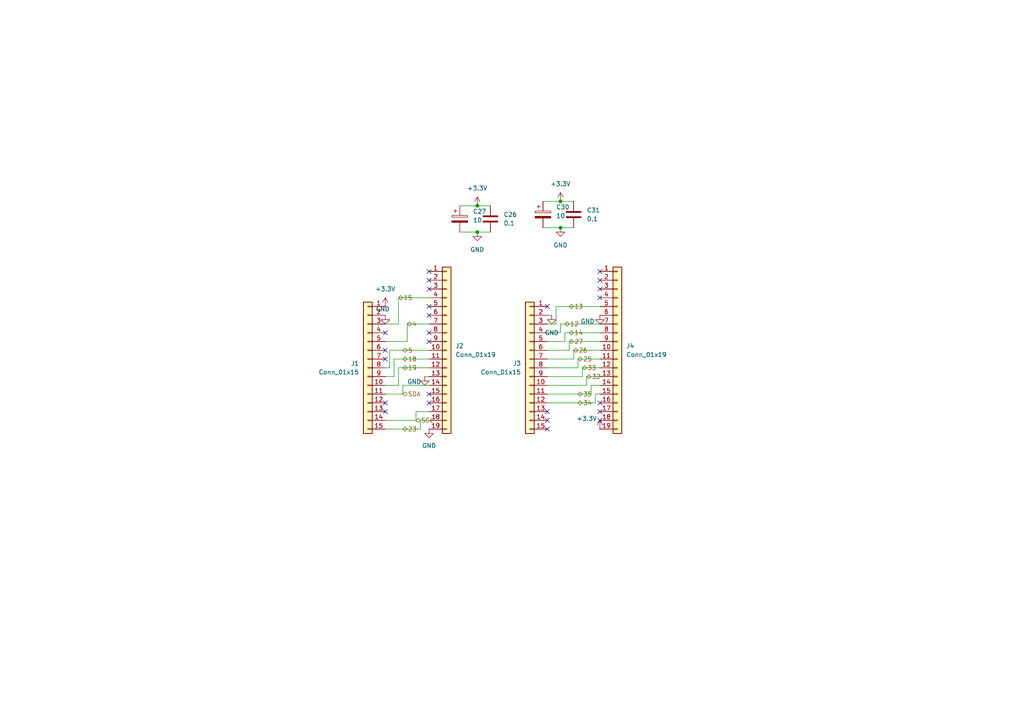
<source format=kicad_sch>
(kicad_sch
	(version 20231120)
	(generator "eeschema")
	(generator_version "8.0")
	(uuid "e4ae43fb-6ba3-4ff3-ae0f-2d223185871e")
	(paper "A4")
	(lib_symbols
		(symbol "Conn_01x15_1"
			(pin_names
				(offset 1.016) hide)
			(exclude_from_sim no)
			(in_bom yes)
			(on_board yes)
			(property "Reference" "J1"
				(at 2.54 1.2701 0)
				(effects
					(font
						(size 1.27 1.27)
					)
					(justify left)
				)
			)
			(property "Value" "Conn_01x15"
				(at 2.54 -1.2699 0)
				(effects
					(font
						(size 1.27 1.27)
					)
					(justify left)
				)
			)
			(property "Footprint" "Connector_PinSocket_2.54mm:PinSocket_1x15_P2.54mm_Vertical"
				(at 0 0 0)
				(effects
					(font
						(size 1.27 1.27)
					)
					(hide yes)
				)
			)
			(property "Datasheet" "~"
				(at 0 0 0)
				(effects
					(font
						(size 1.27 1.27)
					)
					(hide yes)
				)
			)
			(property "Description" "Generic connector, single row, 01x15, script generated (kicad-library-utils/schlib/autogen/connector/)"
				(at 0 0 0)
				(effects
					(font
						(size 1.27 1.27)
					)
					(hide yes)
				)
			)
			(property "ki_keywords" "connector"
				(at 0 0 0)
				(effects
					(font
						(size 1.27 1.27)
					)
					(hide yes)
				)
			)
			(property "ki_fp_filters" "Connector*:*_1x??_*"
				(at 0 0 0)
				(effects
					(font
						(size 1.27 1.27)
					)
					(hide yes)
				)
			)
			(symbol "Conn_01x15_1_1_1"
				(rectangle
					(start -1.27 -17.653)
					(end 0 -17.907)
					(stroke
						(width 0.1524)
						(type default)
					)
					(fill
						(type none)
					)
				)
				(rectangle
					(start -1.27 -15.113)
					(end 0 -15.367)
					(stroke
						(width 0.1524)
						(type default)
					)
					(fill
						(type none)
					)
				)
				(rectangle
					(start -1.27 -12.573)
					(end 0 -12.827)
					(stroke
						(width 0.1524)
						(type default)
					)
					(fill
						(type none)
					)
				)
				(rectangle
					(start -1.27 -10.033)
					(end 0 -10.287)
					(stroke
						(width 0.1524)
						(type default)
					)
					(fill
						(type none)
					)
				)
				(rectangle
					(start -1.27 -7.493)
					(end 0 -7.747)
					(stroke
						(width 0.1524)
						(type default)
					)
					(fill
						(type none)
					)
				)
				(rectangle
					(start -1.27 -4.953)
					(end 0 -5.207)
					(stroke
						(width 0.1524)
						(type default)
					)
					(fill
						(type none)
					)
				)
				(rectangle
					(start -1.27 -2.413)
					(end 0 -2.667)
					(stroke
						(width 0.1524)
						(type default)
					)
					(fill
						(type none)
					)
				)
				(rectangle
					(start -1.27 0.127)
					(end 0 -0.127)
					(stroke
						(width 0.1524)
						(type default)
					)
					(fill
						(type none)
					)
				)
				(rectangle
					(start -1.27 2.667)
					(end 0 2.413)
					(stroke
						(width 0.1524)
						(type default)
					)
					(fill
						(type none)
					)
				)
				(rectangle
					(start -1.27 5.207)
					(end 0 4.953)
					(stroke
						(width 0.1524)
						(type default)
					)
					(fill
						(type none)
					)
				)
				(rectangle
					(start -1.27 7.747)
					(end 0 7.493)
					(stroke
						(width 0.1524)
						(type default)
					)
					(fill
						(type none)
					)
				)
				(rectangle
					(start -1.27 10.287)
					(end 0 10.033)
					(stroke
						(width 0.1524)
						(type default)
					)
					(fill
						(type none)
					)
				)
				(rectangle
					(start -1.27 12.827)
					(end 0 12.573)
					(stroke
						(width 0.1524)
						(type default)
					)
					(fill
						(type none)
					)
				)
				(rectangle
					(start -1.27 15.367)
					(end 0 15.113)
					(stroke
						(width 0.1524)
						(type default)
					)
					(fill
						(type none)
					)
				)
				(rectangle
					(start -1.27 17.907)
					(end 0 17.653)
					(stroke
						(width 0.1524)
						(type default)
					)
					(fill
						(type none)
					)
				)
				(rectangle
					(start -1.27 19.05)
					(end 1.27 -19.05)
					(stroke
						(width 0.254)
						(type default)
					)
					(fill
						(type background)
					)
				)
				(pin passive line
					(at -5.08 17.78 0)
					(length 3.81)
					(name "3v3"
						(effects
							(font
								(size 1.27 1.27)
							)
						)
					)
					(number "1"
						(effects
							(font
								(size 1.27 1.27)
							)
						)
					)
				)
				(pin passive line
					(at -5.08 -5.08 0)
					(length 3.81)
					(name "19"
						(effects
							(font
								(size 1.27 1.27)
							)
						)
					)
					(number "10"
						(effects
							(font
								(size 1.27 1.27)
							)
						)
					)
				)
				(pin passive line
					(at -5.08 -7.62 0)
					(length 3.81)
					(name "21"
						(effects
							(font
								(size 1.27 1.27)
							)
						)
					)
					(number "11"
						(effects
							(font
								(size 1.27 1.27)
							)
						)
					)
				)
				(pin passive line
					(at -5.08 -10.16 0)
					(length 3.81)
					(name "RX0"
						(effects
							(font
								(size 1.27 1.27)
							)
						)
					)
					(number "12"
						(effects
							(font
								(size 1.27 1.27)
							)
						)
					)
				)
				(pin passive line
					(at -5.08 -12.7 0)
					(length 3.81)
					(name "TX0"
						(effects
							(font
								(size 1.27 1.27)
							)
						)
					)
					(number "13"
						(effects
							(font
								(size 1.27 1.27)
							)
						)
					)
				)
				(pin passive line
					(at -5.08 -15.24 0)
					(length 3.81)
					(name "22"
						(effects
							(font
								(size 1.27 1.27)
							)
						)
					)
					(number "14"
						(effects
							(font
								(size 1.27 1.27)
							)
						)
					)
				)
				(pin passive line
					(at -5.08 -17.78 0)
					(length 3.81)
					(name "23"
						(effects
							(font
								(size 1.27 1.27)
							)
						)
					)
					(number "15"
						(effects
							(font
								(size 1.27 1.27)
							)
						)
					)
				)
				(pin passive line
					(at -5.08 15.24 0)
					(length 3.81)
					(name "GND"
						(effects
							(font
								(size 1.27 1.27)
							)
						)
					)
					(number "2"
						(effects
							(font
								(size 1.27 1.27)
							)
						)
					)
				)
				(pin passive line
					(at -5.08 12.7 0)
					(length 3.81)
					(name "15"
						(effects
							(font
								(size 1.27 1.27)
							)
						)
					)
					(number "3"
						(effects
							(font
								(size 1.27 1.27)
							)
						)
					)
				)
				(pin passive line
					(at -5.08 10.16 0)
					(length 3.81)
					(name "2"
						(effects
							(font
								(size 1.27 1.27)
							)
						)
					)
					(number "4"
						(effects
							(font
								(size 1.27 1.27)
							)
						)
					)
				)
				(pin passive line
					(at -5.08 7.62 0)
					(length 3.81)
					(name "4"
						(effects
							(font
								(size 1.27 1.27)
							)
						)
					)
					(number "5"
						(effects
							(font
								(size 1.27 1.27)
							)
						)
					)
				)
				(pin passive line
					(at -5.08 5.08 0)
					(length 3.81)
					(name "RX2"
						(effects
							(font
								(size 1.27 1.27)
							)
						)
					)
					(number "6"
						(effects
							(font
								(size 1.27 1.27)
							)
						)
					)
				)
				(pin passive line
					(at -5.08 2.54 0)
					(length 3.81)
					(name "TX2"
						(effects
							(font
								(size 1.27 1.27)
							)
						)
					)
					(number "7"
						(effects
							(font
								(size 1.27 1.27)
							)
						)
					)
				)
				(pin passive line
					(at -5.08 0 0)
					(length 3.81)
					(name "5"
						(effects
							(font
								(size 1.27 1.27)
							)
						)
					)
					(number "8"
						(effects
							(font
								(size 1.27 1.27)
							)
						)
					)
				)
				(pin passive line
					(at -5.08 -2.54 0)
					(length 3.81)
					(name "18"
						(effects
							(font
								(size 1.27 1.27)
							)
						)
					)
					(number "9"
						(effects
							(font
								(size 1.27 1.27)
							)
						)
					)
				)
			)
		)
		(symbol "Conn_01x19_1"
			(pin_names
				(offset 1.016) hide)
			(exclude_from_sim no)
			(in_bom yes)
			(on_board yes)
			(property "Reference" "J2"
				(at 2.54 1.2701 0)
				(effects
					(font
						(size 1.27 1.27)
					)
					(justify left)
				)
			)
			(property "Value" "Conn_01x19"
				(at 2.54 -1.2699 0)
				(effects
					(font
						(size 1.27 1.27)
					)
					(justify left)
				)
			)
			(property "Footprint" "Connector_PinSocket_2.54mm:PinSocket_1x19_P2.54mm_Vertical"
				(at 0 0 0)
				(effects
					(font
						(size 1.27 1.27)
					)
					(hide yes)
				)
			)
			(property "Datasheet" "~"
				(at 0 0 0)
				(effects
					(font
						(size 1.27 1.27)
					)
					(hide yes)
				)
			)
			(property "Description" "Generic connector, single row, 01x19, script generated (kicad-library-utils/schlib/autogen/connector/)"
				(at 0 0 0)
				(effects
					(font
						(size 1.27 1.27)
					)
					(hide yes)
				)
			)
			(property "ki_keywords" "connector"
				(at 0 0 0)
				(effects
					(font
						(size 1.27 1.27)
					)
					(hide yes)
				)
			)
			(property "ki_fp_filters" "Connector*:*_1x??_*"
				(at 0 0 0)
				(effects
					(font
						(size 1.27 1.27)
					)
					(hide yes)
				)
			)
			(symbol "Conn_01x19_1_1_1"
				(rectangle
					(start -1.27 -22.733)
					(end 0 -22.987)
					(stroke
						(width 0.1524)
						(type default)
					)
					(fill
						(type none)
					)
				)
				(rectangle
					(start -1.27 -20.193)
					(end 0 -20.447)
					(stroke
						(width 0.1524)
						(type default)
					)
					(fill
						(type none)
					)
				)
				(rectangle
					(start -1.27 -17.653)
					(end 0 -17.907)
					(stroke
						(width 0.1524)
						(type default)
					)
					(fill
						(type none)
					)
				)
				(rectangle
					(start -1.27 -15.113)
					(end 0 -15.367)
					(stroke
						(width 0.1524)
						(type default)
					)
					(fill
						(type none)
					)
				)
				(rectangle
					(start -1.27 -12.573)
					(end 0 -12.827)
					(stroke
						(width 0.1524)
						(type default)
					)
					(fill
						(type none)
					)
				)
				(rectangle
					(start -1.27 -10.033)
					(end 0 -10.287)
					(stroke
						(width 0.1524)
						(type default)
					)
					(fill
						(type none)
					)
				)
				(rectangle
					(start -1.27 -7.493)
					(end 0 -7.747)
					(stroke
						(width 0.1524)
						(type default)
					)
					(fill
						(type none)
					)
				)
				(rectangle
					(start -1.27 -4.953)
					(end 0 -5.207)
					(stroke
						(width 0.1524)
						(type default)
					)
					(fill
						(type none)
					)
				)
				(rectangle
					(start -1.27 -2.413)
					(end 0 -2.667)
					(stroke
						(width 0.1524)
						(type default)
					)
					(fill
						(type none)
					)
				)
				(rectangle
					(start -1.27 0.127)
					(end 0 -0.127)
					(stroke
						(width 0.1524)
						(type default)
					)
					(fill
						(type none)
					)
				)
				(rectangle
					(start -1.27 2.667)
					(end 0 2.413)
					(stroke
						(width 0.1524)
						(type default)
					)
					(fill
						(type none)
					)
				)
				(rectangle
					(start -1.27 5.207)
					(end 0 4.953)
					(stroke
						(width 0.1524)
						(type default)
					)
					(fill
						(type none)
					)
				)
				(rectangle
					(start -1.27 7.747)
					(end 0 7.493)
					(stroke
						(width 0.1524)
						(type default)
					)
					(fill
						(type none)
					)
				)
				(rectangle
					(start -1.27 10.287)
					(end 0 10.033)
					(stroke
						(width 0.1524)
						(type default)
					)
					(fill
						(type none)
					)
				)
				(rectangle
					(start -1.27 12.827)
					(end 0 12.573)
					(stroke
						(width 0.1524)
						(type default)
					)
					(fill
						(type none)
					)
				)
				(rectangle
					(start -1.27 15.367)
					(end 0 15.113)
					(stroke
						(width 0.1524)
						(type default)
					)
					(fill
						(type none)
					)
				)
				(rectangle
					(start -1.27 17.907)
					(end 0 17.653)
					(stroke
						(width 0.1524)
						(type default)
					)
					(fill
						(type none)
					)
				)
				(rectangle
					(start -1.27 20.447)
					(end 0 20.193)
					(stroke
						(width 0.1524)
						(type default)
					)
					(fill
						(type none)
					)
				)
				(rectangle
					(start -1.27 22.987)
					(end 0 22.733)
					(stroke
						(width 0.1524)
						(type default)
					)
					(fill
						(type none)
					)
				)
				(rectangle
					(start -1.27 24.13)
					(end 1.27 -24.13)
					(stroke
						(width 0.254)
						(type default)
					)
					(fill
						(type background)
					)
				)
				(pin passive line
					(at -5.08 22.86 0)
					(length 3.81)
					(name ""
						(effects
							(font
								(size 1.27 1.27)
							)
						)
					)
					(number "1"
						(effects
							(font
								(size 1.27 1.27)
							)
						)
					)
				)
				(pin passive line
					(at -5.08 0 0)
					(length 3.81)
					(name "5"
						(effects
							(font
								(size 1.27 1.27)
							)
						)
					)
					(number "10"
						(effects
							(font
								(size 1.27 1.27)
							)
						)
					)
				)
				(pin passive line
					(at -5.08 -2.54 0)
					(length 3.81)
					(name "18"
						(effects
							(font
								(size 1.27 1.27)
							)
						)
					)
					(number "11"
						(effects
							(font
								(size 1.27 1.27)
							)
						)
					)
				)
				(pin passive line
					(at -5.08 -5.08 0)
					(length 3.81)
					(name "19"
						(effects
							(font
								(size 1.27 1.27)
							)
						)
					)
					(number "12"
						(effects
							(font
								(size 1.27 1.27)
							)
						)
					)
				)
				(pin passive line
					(at -5.08 -7.62 0)
					(length 3.81)
					(name "GND"
						(effects
							(font
								(size 1.27 1.27)
							)
						)
					)
					(number "13"
						(effects
							(font
								(size 1.27 1.27)
							)
						)
					)
				)
				(pin passive line
					(at -5.08 -10.16 0)
					(length 3.81)
					(name "21"
						(effects
							(font
								(size 1.27 1.27)
							)
						)
					)
					(number "14"
						(effects
							(font
								(size 1.27 1.27)
							)
						)
					)
				)
				(pin passive line
					(at -5.08 -12.7 0)
					(length 3.81)
					(name "RX0"
						(effects
							(font
								(size 1.27 1.27)
							)
						)
					)
					(number "15"
						(effects
							(font
								(size 1.27 1.27)
							)
						)
					)
				)
				(pin passive line
					(at -5.08 -15.24 0)
					(length 3.81)
					(name "TX0"
						(effects
							(font
								(size 1.27 1.27)
							)
						)
					)
					(number "16"
						(effects
							(font
								(size 1.27 1.27)
							)
						)
					)
				)
				(pin passive line
					(at -5.08 -17.78 0)
					(length 3.81)
					(name "22"
						(effects
							(font
								(size 1.27 1.27)
							)
						)
					)
					(number "17"
						(effects
							(font
								(size 1.27 1.27)
							)
						)
					)
				)
				(pin passive line
					(at -5.08 -20.32 0)
					(length 3.81)
					(name "23"
						(effects
							(font
								(size 1.27 1.27)
							)
						)
					)
					(number "18"
						(effects
							(font
								(size 1.27 1.27)
							)
						)
					)
				)
				(pin passive line
					(at -5.08 -22.86 0)
					(length 3.81)
					(name "GND"
						(effects
							(font
								(size 1.27 1.27)
							)
						)
					)
					(number "19"
						(effects
							(font
								(size 1.27 1.27)
							)
						)
					)
				)
				(pin passive line
					(at -5.08 20.32 0)
					(length 3.81)
					(name ""
						(effects
							(font
								(size 1.27 1.27)
							)
						)
					)
					(number "2"
						(effects
							(font
								(size 1.27 1.27)
							)
						)
					)
				)
				(pin passive line
					(at -5.08 17.78 0)
					(length 3.81)
					(name ""
						(effects
							(font
								(size 1.27 1.27)
							)
						)
					)
					(number "3"
						(effects
							(font
								(size 1.27 1.27)
							)
						)
					)
				)
				(pin passive line
					(at -5.08 15.24 0)
					(length 3.81)
					(name "15"
						(effects
							(font
								(size 1.27 1.27)
							)
						)
					)
					(number "4"
						(effects
							(font
								(size 1.27 1.27)
							)
						)
					)
				)
				(pin passive line
					(at -5.08 12.7 0)
					(length 3.81)
					(name "2"
						(effects
							(font
								(size 1.27 1.27)
							)
						)
					)
					(number "5"
						(effects
							(font
								(size 1.27 1.27)
							)
						)
					)
				)
				(pin passive line
					(at -5.08 10.16 0)
					(length 3.81)
					(name "0"
						(effects
							(font
								(size 1.27 1.27)
							)
						)
					)
					(number "6"
						(effects
							(font
								(size 1.27 1.27)
							)
						)
					)
				)
				(pin passive line
					(at -5.08 7.62 0)
					(length 3.81)
					(name "4"
						(effects
							(font
								(size 1.27 1.27)
							)
						)
					)
					(number "7"
						(effects
							(font
								(size 1.27 1.27)
							)
						)
					)
				)
				(pin passive line
					(at -5.08 5.08 0)
					(length 3.81)
					(name "16"
						(effects
							(font
								(size 1.27 1.27)
							)
						)
					)
					(number "8"
						(effects
							(font
								(size 1.27 1.27)
							)
						)
					)
				)
				(pin passive line
					(at -5.08 2.54 0)
					(length 3.81)
					(name "17"
						(effects
							(font
								(size 1.27 1.27)
							)
						)
					)
					(number "9"
						(effects
							(font
								(size 1.27 1.27)
							)
						)
					)
				)
			)
		)
		(symbol "Connector_Generic:Conn_01x15"
			(pin_names
				(offset 1.016) hide)
			(exclude_from_sim no)
			(in_bom yes)
			(on_board yes)
			(property "Reference" "J3"
				(at 2.54 1.2701 0)
				(effects
					(font
						(size 1.27 1.27)
					)
					(justify left)
				)
			)
			(property "Value" "Conn_01x15"
				(at 2.54 -1.2699 0)
				(effects
					(font
						(size 1.27 1.27)
					)
					(justify left)
				)
			)
			(property "Footprint" "Connector_PinSocket_2.54mm:PinSocket_1x15_P2.54mm_Vertical"
				(at 0 0 0)
				(effects
					(font
						(size 1.27 1.27)
					)
					(hide yes)
				)
			)
			(property "Datasheet" "~"
				(at 0 0 0)
				(effects
					(font
						(size 1.27 1.27)
					)
					(hide yes)
				)
			)
			(property "Description" "Generic connector, single row, 01x15, script generated (kicad-library-utils/schlib/autogen/connector/)"
				(at 0 0 0)
				(effects
					(font
						(size 1.27 1.27)
					)
					(hide yes)
				)
			)
			(property "ki_keywords" "connector"
				(at 0 0 0)
				(effects
					(font
						(size 1.27 1.27)
					)
					(hide yes)
				)
			)
			(property "ki_fp_filters" "Connector*:*_1x??_*"
				(at 0 0 0)
				(effects
					(font
						(size 1.27 1.27)
					)
					(hide yes)
				)
			)
			(symbol "Conn_01x15_1_1"
				(rectangle
					(start -1.27 -17.653)
					(end 0 -17.907)
					(stroke
						(width 0.1524)
						(type default)
					)
					(fill
						(type none)
					)
				)
				(rectangle
					(start -1.27 -15.113)
					(end 0 -15.367)
					(stroke
						(width 0.1524)
						(type default)
					)
					(fill
						(type none)
					)
				)
				(rectangle
					(start -1.27 -12.573)
					(end 0 -12.827)
					(stroke
						(width 0.1524)
						(type default)
					)
					(fill
						(type none)
					)
				)
				(rectangle
					(start -1.27 -10.033)
					(end 0 -10.287)
					(stroke
						(width 0.1524)
						(type default)
					)
					(fill
						(type none)
					)
				)
				(rectangle
					(start -1.27 -7.493)
					(end 0 -7.747)
					(stroke
						(width 0.1524)
						(type default)
					)
					(fill
						(type none)
					)
				)
				(rectangle
					(start -1.27 -4.953)
					(end 0 -5.207)
					(stroke
						(width 0.1524)
						(type default)
					)
					(fill
						(type none)
					)
				)
				(rectangle
					(start -1.27 -2.413)
					(end 0 -2.667)
					(stroke
						(width 0.1524)
						(type default)
					)
					(fill
						(type none)
					)
				)
				(rectangle
					(start -1.27 0.127)
					(end 0 -0.127)
					(stroke
						(width 0.1524)
						(type default)
					)
					(fill
						(type none)
					)
				)
				(rectangle
					(start -1.27 2.667)
					(end 0 2.413)
					(stroke
						(width 0.1524)
						(type default)
					)
					(fill
						(type none)
					)
				)
				(rectangle
					(start -1.27 5.207)
					(end 0 4.953)
					(stroke
						(width 0.1524)
						(type default)
					)
					(fill
						(type none)
					)
				)
				(rectangle
					(start -1.27 7.747)
					(end 0 7.493)
					(stroke
						(width 0.1524)
						(type default)
					)
					(fill
						(type none)
					)
				)
				(rectangle
					(start -1.27 10.287)
					(end 0 10.033)
					(stroke
						(width 0.1524)
						(type default)
					)
					(fill
						(type none)
					)
				)
				(rectangle
					(start -1.27 12.827)
					(end 0 12.573)
					(stroke
						(width 0.1524)
						(type default)
					)
					(fill
						(type none)
					)
				)
				(rectangle
					(start -1.27 15.367)
					(end 0 15.113)
					(stroke
						(width 0.1524)
						(type default)
					)
					(fill
						(type none)
					)
				)
				(rectangle
					(start -1.27 17.907)
					(end 0 17.653)
					(stroke
						(width 0.1524)
						(type default)
					)
					(fill
						(type none)
					)
				)
				(rectangle
					(start -1.27 19.05)
					(end 1.27 -19.05)
					(stroke
						(width 0.254)
						(type default)
					)
					(fill
						(type background)
					)
				)
				(pin passive line
					(at -5.08 17.78 0)
					(length 3.81)
					(name "VIN"
						(effects
							(font
								(size 1.27 1.27)
							)
						)
					)
					(number "1"
						(effects
							(font
								(size 1.27 1.27)
							)
						)
					)
				)
				(pin passive line
					(at -5.08 -5.08 0)
					(length 3.81)
					(name "32"
						(effects
							(font
								(size 1.27 1.27)
							)
						)
					)
					(number "10"
						(effects
							(font
								(size 1.27 1.27)
							)
						)
					)
				)
				(pin passive line
					(at -5.08 -7.62 0)
					(length 3.81)
					(name "35"
						(effects
							(font
								(size 1.27 1.27)
							)
						)
					)
					(number "11"
						(effects
							(font
								(size 1.27 1.27)
							)
						)
					)
				)
				(pin passive line
					(at -5.08 -10.16 0)
					(length 3.81)
					(name "34"
						(effects
							(font
								(size 1.27 1.27)
							)
						)
					)
					(number "12"
						(effects
							(font
								(size 1.27 1.27)
							)
						)
					)
				)
				(pin passive line
					(at -5.08 -12.7 0)
					(length 3.81)
					(name ""
						(effects
							(font
								(size 1.27 1.27)
							)
						)
					)
					(number "13"
						(effects
							(font
								(size 1.27 1.27)
							)
						)
					)
				)
				(pin passive line
					(at -5.08 -15.24 0)
					(length 3.81)
					(name ""
						(effects
							(font
								(size 1.27 1.27)
							)
						)
					)
					(number "14"
						(effects
							(font
								(size 1.27 1.27)
							)
						)
					)
				)
				(pin passive line
					(at -5.08 -17.78 0)
					(length 3.81)
					(name ""
						(effects
							(font
								(size 1.27 1.27)
							)
						)
					)
					(number "15"
						(effects
							(font
								(size 1.27 1.27)
							)
						)
					)
				)
				(pin passive line
					(at -5.08 15.24 0)
					(length 3.81)
					(name "GND"
						(effects
							(font
								(size 1.27 1.27)
							)
						)
					)
					(number "2"
						(effects
							(font
								(size 1.27 1.27)
							)
						)
					)
				)
				(pin passive line
					(at -5.08 12.7 0)
					(length 3.81)
					(name "13"
						(effects
							(font
								(size 1.27 1.27)
							)
						)
					)
					(number "3"
						(effects
							(font
								(size 1.27 1.27)
							)
						)
					)
				)
				(pin passive line
					(at -5.08 10.16 0)
					(length 3.81)
					(name "12"
						(effects
							(font
								(size 1.27 1.27)
							)
						)
					)
					(number "4"
						(effects
							(font
								(size 1.27 1.27)
							)
						)
					)
				)
				(pin passive line
					(at -5.08 7.62 0)
					(length 3.81)
					(name "14"
						(effects
							(font
								(size 1.27 1.27)
							)
						)
					)
					(number "5"
						(effects
							(font
								(size 1.27 1.27)
							)
						)
					)
				)
				(pin passive line
					(at -5.08 5.08 0)
					(length 3.81)
					(name "27"
						(effects
							(font
								(size 1.27 1.27)
							)
						)
					)
					(number "6"
						(effects
							(font
								(size 1.27 1.27)
							)
						)
					)
				)
				(pin passive line
					(at -5.08 2.54 0)
					(length 3.81)
					(name "26"
						(effects
							(font
								(size 1.27 1.27)
							)
						)
					)
					(number "7"
						(effects
							(font
								(size 1.27 1.27)
							)
						)
					)
				)
				(pin passive line
					(at -5.08 0 0)
					(length 3.81)
					(name "25"
						(effects
							(font
								(size 1.27 1.27)
							)
						)
					)
					(number "8"
						(effects
							(font
								(size 1.27 1.27)
							)
						)
					)
				)
				(pin passive line
					(at -5.08 -2.54 0)
					(length 3.81)
					(name "33"
						(effects
							(font
								(size 1.27 1.27)
							)
						)
					)
					(number "9"
						(effects
							(font
								(size 1.27 1.27)
							)
						)
					)
				)
			)
		)
		(symbol "Connector_Generic:Conn_01x19"
			(pin_names
				(offset 1.016) hide)
			(exclude_from_sim no)
			(in_bom yes)
			(on_board yes)
			(property "Reference" "J4"
				(at 2.54 1.2701 0)
				(effects
					(font
						(size 1.27 1.27)
					)
					(justify left)
				)
			)
			(property "Value" "Conn_01x19"
				(at 2.54 -1.2699 0)
				(effects
					(font
						(size 1.27 1.27)
					)
					(justify left)
				)
			)
			(property "Footprint" "Connector_PinSocket_2.54mm:PinSocket_1x19_P2.54mm_Vertical"
				(at 0 0 0)
				(effects
					(font
						(size 1.27 1.27)
					)
					(hide yes)
				)
			)
			(property "Datasheet" "~"
				(at 0 0 0)
				(effects
					(font
						(size 1.27 1.27)
					)
					(hide yes)
				)
			)
			(property "Description" "Generic connector, single row, 01x19, script generated (kicad-library-utils/schlib/autogen/connector/)"
				(at 0 0 0)
				(effects
					(font
						(size 1.27 1.27)
					)
					(hide yes)
				)
			)
			(property "ki_keywords" "connector"
				(at 0 0 0)
				(effects
					(font
						(size 1.27 1.27)
					)
					(hide yes)
				)
			)
			(property "ki_fp_filters" "Connector*:*_1x??_*"
				(at 0 0 0)
				(effects
					(font
						(size 1.27 1.27)
					)
					(hide yes)
				)
			)
			(symbol "Conn_01x19_1_1"
				(rectangle
					(start -1.27 -22.733)
					(end 0 -22.987)
					(stroke
						(width 0.1524)
						(type default)
					)
					(fill
						(type none)
					)
				)
				(rectangle
					(start -1.27 -20.193)
					(end 0 -20.447)
					(stroke
						(width 0.1524)
						(type default)
					)
					(fill
						(type none)
					)
				)
				(rectangle
					(start -1.27 -17.653)
					(end 0 -17.907)
					(stroke
						(width 0.1524)
						(type default)
					)
					(fill
						(type none)
					)
				)
				(rectangle
					(start -1.27 -15.113)
					(end 0 -15.367)
					(stroke
						(width 0.1524)
						(type default)
					)
					(fill
						(type none)
					)
				)
				(rectangle
					(start -1.27 -12.573)
					(end 0 -12.827)
					(stroke
						(width 0.1524)
						(type default)
					)
					(fill
						(type none)
					)
				)
				(rectangle
					(start -1.27 -10.033)
					(end 0 -10.287)
					(stroke
						(width 0.1524)
						(type default)
					)
					(fill
						(type none)
					)
				)
				(rectangle
					(start -1.27 -7.493)
					(end 0 -7.747)
					(stroke
						(width 0.1524)
						(type default)
					)
					(fill
						(type none)
					)
				)
				(rectangle
					(start -1.27 -4.953)
					(end 0 -5.207)
					(stroke
						(width 0.1524)
						(type default)
					)
					(fill
						(type none)
					)
				)
				(rectangle
					(start -1.27 -2.413)
					(end 0 -2.667)
					(stroke
						(width 0.1524)
						(type default)
					)
					(fill
						(type none)
					)
				)
				(rectangle
					(start -1.27 0.127)
					(end 0 -0.127)
					(stroke
						(width 0.1524)
						(type default)
					)
					(fill
						(type none)
					)
				)
				(rectangle
					(start -1.27 2.667)
					(end 0 2.413)
					(stroke
						(width 0.1524)
						(type default)
					)
					(fill
						(type none)
					)
				)
				(rectangle
					(start -1.27 5.207)
					(end 0 4.953)
					(stroke
						(width 0.1524)
						(type default)
					)
					(fill
						(type none)
					)
				)
				(rectangle
					(start -1.27 7.747)
					(end 0 7.493)
					(stroke
						(width 0.1524)
						(type default)
					)
					(fill
						(type none)
					)
				)
				(rectangle
					(start -1.27 10.287)
					(end 0 10.033)
					(stroke
						(width 0.1524)
						(type default)
					)
					(fill
						(type none)
					)
				)
				(rectangle
					(start -1.27 12.827)
					(end 0 12.573)
					(stroke
						(width 0.1524)
						(type default)
					)
					(fill
						(type none)
					)
				)
				(rectangle
					(start -1.27 15.367)
					(end 0 15.113)
					(stroke
						(width 0.1524)
						(type default)
					)
					(fill
						(type none)
					)
				)
				(rectangle
					(start -1.27 17.907)
					(end 0 17.653)
					(stroke
						(width 0.1524)
						(type default)
					)
					(fill
						(type none)
					)
				)
				(rectangle
					(start -1.27 20.447)
					(end 0 20.193)
					(stroke
						(width 0.1524)
						(type default)
					)
					(fill
						(type none)
					)
				)
				(rectangle
					(start -1.27 22.987)
					(end 0 22.733)
					(stroke
						(width 0.1524)
						(type default)
					)
					(fill
						(type none)
					)
				)
				(rectangle
					(start -1.27 24.13)
					(end 1.27 -24.13)
					(stroke
						(width 0.254)
						(type default)
					)
					(fill
						(type background)
					)
				)
				(pin passive line
					(at -5.08 22.86 0)
					(length 3.81)
					(name "VIN"
						(effects
							(font
								(size 1.27 1.27)
							)
						)
					)
					(number "1"
						(effects
							(font
								(size 1.27 1.27)
							)
						)
					)
				)
				(pin passive line
					(at -5.08 0 0)
					(length 3.81)
					(name "26"
						(effects
							(font
								(size 1.27 1.27)
							)
						)
					)
					(number "10"
						(effects
							(font
								(size 1.27 1.27)
							)
						)
					)
				)
				(pin passive line
					(at -5.08 -2.54 0)
					(length 3.81)
					(name "25"
						(effects
							(font
								(size 1.27 1.27)
							)
						)
					)
					(number "11"
						(effects
							(font
								(size 1.27 1.27)
							)
						)
					)
				)
				(pin passive line
					(at -5.08 -5.08 0)
					(length 3.81)
					(name "33"
						(effects
							(font
								(size 1.27 1.27)
							)
						)
					)
					(number "12"
						(effects
							(font
								(size 1.27 1.27)
							)
						)
					)
				)
				(pin passive line
					(at -5.08 -7.62 0)
					(length 3.81)
					(name "32"
						(effects
							(font
								(size 1.27 1.27)
							)
						)
					)
					(number "13"
						(effects
							(font
								(size 1.27 1.27)
							)
						)
					)
				)
				(pin passive line
					(at -5.08 -10.16 0)
					(length 3.81)
					(name "35"
						(effects
							(font
								(size 1.27 1.27)
							)
						)
					)
					(number "14"
						(effects
							(font
								(size 1.27 1.27)
							)
						)
					)
				)
				(pin passive line
					(at -5.08 -12.7 0)
					(length 3.81)
					(name "34"
						(effects
							(font
								(size 1.27 1.27)
							)
						)
					)
					(number "15"
						(effects
							(font
								(size 1.27 1.27)
							)
						)
					)
				)
				(pin passive line
					(at -5.08 -15.24 0)
					(length 3.81)
					(name ""
						(effects
							(font
								(size 1.27 1.27)
							)
						)
					)
					(number "16"
						(effects
							(font
								(size 1.27 1.27)
							)
						)
					)
				)
				(pin passive line
					(at -5.08 -17.78 0)
					(length 3.81)
					(name ""
						(effects
							(font
								(size 1.27 1.27)
							)
						)
					)
					(number "17"
						(effects
							(font
								(size 1.27 1.27)
							)
						)
					)
				)
				(pin passive line
					(at -5.08 -20.32 0)
					(length 3.81)
					(name ""
						(effects
							(font
								(size 1.27 1.27)
							)
						)
					)
					(number "18"
						(effects
							(font
								(size 1.27 1.27)
							)
						)
					)
				)
				(pin passive line
					(at -5.08 -22.86 0)
					(length 3.81)
					(name "3V3"
						(effects
							(font
								(size 1.27 1.27)
							)
						)
					)
					(number "19"
						(effects
							(font
								(size 1.27 1.27)
							)
						)
					)
				)
				(pin passive line
					(at -5.08 20.32 0)
					(length 3.81)
					(name ""
						(effects
							(font
								(size 1.27 1.27)
							)
						)
					)
					(number "2"
						(effects
							(font
								(size 1.27 1.27)
							)
						)
					)
				)
				(pin passive line
					(at -5.08 17.78 0)
					(length 3.81)
					(name ""
						(effects
							(font
								(size 1.27 1.27)
							)
						)
					)
					(number "3"
						(effects
							(font
								(size 1.27 1.27)
							)
						)
					)
				)
				(pin passive line
					(at -5.08 15.24 0)
					(length 3.81)
					(name ""
						(effects
							(font
								(size 1.27 1.27)
							)
						)
					)
					(number "4"
						(effects
							(font
								(size 1.27 1.27)
							)
						)
					)
				)
				(pin passive line
					(at -5.08 12.7 0)
					(length 3.81)
					(name "13"
						(effects
							(font
								(size 1.27 1.27)
							)
						)
					)
					(number "5"
						(effects
							(font
								(size 1.27 1.27)
							)
						)
					)
				)
				(pin passive line
					(at -5.08 10.16 0)
					(length 3.81)
					(name "GND"
						(effects
							(font
								(size 1.27 1.27)
							)
						)
					)
					(number "6"
						(effects
							(font
								(size 1.27 1.27)
							)
						)
					)
				)
				(pin passive line
					(at -5.08 7.62 0)
					(length 3.81)
					(name "12"
						(effects
							(font
								(size 1.27 1.27)
							)
						)
					)
					(number "7"
						(effects
							(font
								(size 1.27 1.27)
							)
						)
					)
				)
				(pin passive line
					(at -5.08 5.08 0)
					(length 3.81)
					(name "14"
						(effects
							(font
								(size 1.27 1.27)
							)
						)
					)
					(number "8"
						(effects
							(font
								(size 1.27 1.27)
							)
						)
					)
				)
				(pin passive line
					(at -5.08 2.54 0)
					(length 3.81)
					(name "27"
						(effects
							(font
								(size 1.27 1.27)
							)
						)
					)
					(number "9"
						(effects
							(font
								(size 1.27 1.27)
							)
						)
					)
				)
			)
		)
		(symbol "Device:C"
			(pin_numbers hide)
			(pin_names
				(offset 0.254)
			)
			(exclude_from_sim no)
			(in_bom yes)
			(on_board yes)
			(property "Reference" "C"
				(at 0.635 2.54 0)
				(effects
					(font
						(size 1.27 1.27)
					)
					(justify left)
				)
			)
			(property "Value" "C"
				(at 0.635 -2.54 0)
				(effects
					(font
						(size 1.27 1.27)
					)
					(justify left)
				)
			)
			(property "Footprint" ""
				(at 0.9652 -3.81 0)
				(effects
					(font
						(size 1.27 1.27)
					)
					(hide yes)
				)
			)
			(property "Datasheet" "~"
				(at 0 0 0)
				(effects
					(font
						(size 1.27 1.27)
					)
					(hide yes)
				)
			)
			(property "Description" "Unpolarized capacitor"
				(at 0 0 0)
				(effects
					(font
						(size 1.27 1.27)
					)
					(hide yes)
				)
			)
			(property "ki_keywords" "cap capacitor"
				(at 0 0 0)
				(effects
					(font
						(size 1.27 1.27)
					)
					(hide yes)
				)
			)
			(property "ki_fp_filters" "C_*"
				(at 0 0 0)
				(effects
					(font
						(size 1.27 1.27)
					)
					(hide yes)
				)
			)
			(symbol "C_0_1"
				(polyline
					(pts
						(xy -2.032 -0.762) (xy 2.032 -0.762)
					)
					(stroke
						(width 0.508)
						(type default)
					)
					(fill
						(type none)
					)
				)
				(polyline
					(pts
						(xy -2.032 0.762) (xy 2.032 0.762)
					)
					(stroke
						(width 0.508)
						(type default)
					)
					(fill
						(type none)
					)
				)
			)
			(symbol "C_1_1"
				(pin passive line
					(at 0 3.81 270)
					(length 2.794)
					(name "~"
						(effects
							(font
								(size 1.27 1.27)
							)
						)
					)
					(number "1"
						(effects
							(font
								(size 1.27 1.27)
							)
						)
					)
				)
				(pin passive line
					(at 0 -3.81 90)
					(length 2.794)
					(name "~"
						(effects
							(font
								(size 1.27 1.27)
							)
						)
					)
					(number "2"
						(effects
							(font
								(size 1.27 1.27)
							)
						)
					)
				)
			)
		)
		(symbol "Device:C_Polarized"
			(pin_numbers hide)
			(pin_names
				(offset 0.254)
			)
			(exclude_from_sim no)
			(in_bom yes)
			(on_board yes)
			(property "Reference" "C"
				(at 0.635 2.54 0)
				(effects
					(font
						(size 1.27 1.27)
					)
					(justify left)
				)
			)
			(property "Value" "C_Polarized"
				(at 0.635 -2.54 0)
				(effects
					(font
						(size 1.27 1.27)
					)
					(justify left)
				)
			)
			(property "Footprint" ""
				(at 0.9652 -3.81 0)
				(effects
					(font
						(size 1.27 1.27)
					)
					(hide yes)
				)
			)
			(property "Datasheet" "~"
				(at 0 0 0)
				(effects
					(font
						(size 1.27 1.27)
					)
					(hide yes)
				)
			)
			(property "Description" "Polarized capacitor"
				(at 0 0 0)
				(effects
					(font
						(size 1.27 1.27)
					)
					(hide yes)
				)
			)
			(property "ki_keywords" "cap capacitor"
				(at 0 0 0)
				(effects
					(font
						(size 1.27 1.27)
					)
					(hide yes)
				)
			)
			(property "ki_fp_filters" "CP_*"
				(at 0 0 0)
				(effects
					(font
						(size 1.27 1.27)
					)
					(hide yes)
				)
			)
			(symbol "C_Polarized_0_1"
				(rectangle
					(start -2.286 0.508)
					(end 2.286 1.016)
					(stroke
						(width 0)
						(type default)
					)
					(fill
						(type none)
					)
				)
				(polyline
					(pts
						(xy -1.778 2.286) (xy -0.762 2.286)
					)
					(stroke
						(width 0)
						(type default)
					)
					(fill
						(type none)
					)
				)
				(polyline
					(pts
						(xy -1.27 2.794) (xy -1.27 1.778)
					)
					(stroke
						(width 0)
						(type default)
					)
					(fill
						(type none)
					)
				)
				(rectangle
					(start 2.286 -0.508)
					(end -2.286 -1.016)
					(stroke
						(width 0)
						(type default)
					)
					(fill
						(type outline)
					)
				)
			)
			(symbol "C_Polarized_1_1"
				(pin passive line
					(at 0 3.81 270)
					(length 2.794)
					(name "~"
						(effects
							(font
								(size 1.27 1.27)
							)
						)
					)
					(number "1"
						(effects
							(font
								(size 1.27 1.27)
							)
						)
					)
				)
				(pin passive line
					(at 0 -3.81 90)
					(length 2.794)
					(name "~"
						(effects
							(font
								(size 1.27 1.27)
							)
						)
					)
					(number "2"
						(effects
							(font
								(size 1.27 1.27)
							)
						)
					)
				)
			)
		)
		(symbol "power:+3.3V"
			(power)
			(pin_numbers hide)
			(pin_names
				(offset 0) hide)
			(exclude_from_sim no)
			(in_bom yes)
			(on_board yes)
			(property "Reference" "#PWR"
				(at 0 -3.81 0)
				(effects
					(font
						(size 1.27 1.27)
					)
					(hide yes)
				)
			)
			(property "Value" "+3.3V"
				(at 0 3.556 0)
				(effects
					(font
						(size 1.27 1.27)
					)
				)
			)
			(property "Footprint" ""
				(at 0 0 0)
				(effects
					(font
						(size 1.27 1.27)
					)
					(hide yes)
				)
			)
			(property "Datasheet" ""
				(at 0 0 0)
				(effects
					(font
						(size 1.27 1.27)
					)
					(hide yes)
				)
			)
			(property "Description" "Power symbol creates a global label with name \"+3.3V\""
				(at 0 0 0)
				(effects
					(font
						(size 1.27 1.27)
					)
					(hide yes)
				)
			)
			(property "ki_keywords" "global power"
				(at 0 0 0)
				(effects
					(font
						(size 1.27 1.27)
					)
					(hide yes)
				)
			)
			(symbol "+3.3V_0_1"
				(polyline
					(pts
						(xy -0.762 1.27) (xy 0 2.54)
					)
					(stroke
						(width 0)
						(type default)
					)
					(fill
						(type none)
					)
				)
				(polyline
					(pts
						(xy 0 0) (xy 0 2.54)
					)
					(stroke
						(width 0)
						(type default)
					)
					(fill
						(type none)
					)
				)
				(polyline
					(pts
						(xy 0 2.54) (xy 0.762 1.27)
					)
					(stroke
						(width 0)
						(type default)
					)
					(fill
						(type none)
					)
				)
			)
			(symbol "+3.3V_1_1"
				(pin power_in line
					(at 0 0 90)
					(length 0)
					(name "~"
						(effects
							(font
								(size 1.27 1.27)
							)
						)
					)
					(number "1"
						(effects
							(font
								(size 1.27 1.27)
							)
						)
					)
				)
			)
		)
		(symbol "power:GND"
			(power)
			(pin_numbers hide)
			(pin_names
				(offset 0) hide)
			(exclude_from_sim no)
			(in_bom yes)
			(on_board yes)
			(property "Reference" "#PWR"
				(at 0 -6.35 0)
				(effects
					(font
						(size 1.27 1.27)
					)
					(hide yes)
				)
			)
			(property "Value" "GND"
				(at 0 -3.81 0)
				(effects
					(font
						(size 1.27 1.27)
					)
				)
			)
			(property "Footprint" ""
				(at 0 0 0)
				(effects
					(font
						(size 1.27 1.27)
					)
					(hide yes)
				)
			)
			(property "Datasheet" ""
				(at 0 0 0)
				(effects
					(font
						(size 1.27 1.27)
					)
					(hide yes)
				)
			)
			(property "Description" "Power symbol creates a global label with name \"GND\" , ground"
				(at 0 0 0)
				(effects
					(font
						(size 1.27 1.27)
					)
					(hide yes)
				)
			)
			(property "ki_keywords" "global power"
				(at 0 0 0)
				(effects
					(font
						(size 1.27 1.27)
					)
					(hide yes)
				)
			)
			(symbol "GND_0_1"
				(polyline
					(pts
						(xy 0 0) (xy 0 -1.27) (xy 1.27 -1.27) (xy 0 -2.54) (xy -1.27 -1.27) (xy 0 -1.27)
					)
					(stroke
						(width 0)
						(type default)
					)
					(fill
						(type none)
					)
				)
			)
			(symbol "GND_1_1"
				(pin power_in line
					(at 0 0 270)
					(length 0)
					(name "~"
						(effects
							(font
								(size 1.27 1.27)
							)
						)
					)
					(number "1"
						(effects
							(font
								(size 1.27 1.27)
							)
						)
					)
				)
			)
		)
	)
	(junction
		(at 138.43 67.31)
		(diameter 0)
		(color 0 0 0 0)
		(uuid "5c4275a7-bf9a-40df-8fe3-0975b4ddec55")
	)
	(junction
		(at 138.43 59.69)
		(diameter 0)
		(color 0 0 0 0)
		(uuid "7887a249-79da-4198-b495-8319b4f88066")
	)
	(junction
		(at 162.56 58.42)
		(diameter 0)
		(color 0 0 0 0)
		(uuid "7d68b686-e3f9-4aa0-9f20-2e210ad7c12d")
	)
	(junction
		(at 162.56 66.04)
		(diameter 0)
		(color 0 0 0 0)
		(uuid "abd72a29-45c6-48d3-b2c9-d9713ea1f5f9")
	)
	(no_connect
		(at 124.46 81.28)
		(uuid "06331f15-4728-42b9-b10c-194b7e598531")
	)
	(no_connect
		(at 173.99 86.36)
		(uuid "071d1edb-4331-45d3-85c5-99bb4a5f438c")
	)
	(no_connect
		(at 173.99 119.38)
		(uuid "2df0a256-3145-4242-ba2a-29ff8c0577b4")
	)
	(no_connect
		(at 158.75 119.38)
		(uuid "324d0ad7-ffed-4cac-b4bd-be7677304cbd")
	)
	(no_connect
		(at 111.76 116.84)
		(uuid "367c9694-8e00-43ed-9e0b-80fcf8658b91")
	)
	(no_connect
		(at 124.46 83.82)
		(uuid "4c273a98-2dd1-48d5-963b-dd55590fe264")
	)
	(no_connect
		(at 111.76 119.38)
		(uuid "4eb6f308-5969-49bc-b0a3-e83a0bef2e76")
	)
	(no_connect
		(at 158.75 121.92)
		(uuid "52279877-a2aa-49b9-b655-1d0ea226c837")
	)
	(no_connect
		(at 124.46 99.06)
		(uuid "6eb19b87-585a-47db-abdc-03c49fb8362c")
	)
	(no_connect
		(at 124.46 116.84)
		(uuid "71fd0df9-caca-404b-aa51-b2100512ebbe")
	)
	(no_connect
		(at 111.76 101.6)
		(uuid "777c86d3-527a-48dd-b18b-2e9763071b10")
	)
	(no_connect
		(at 124.46 91.44)
		(uuid "89a7c248-b02c-4253-9f76-74a641f3830f")
	)
	(no_connect
		(at 124.46 78.74)
		(uuid "8dd0f1ce-5d03-42ab-af01-3a5fd7d91da0")
	)
	(no_connect
		(at 158.75 124.46)
		(uuid "95fb7536-efb3-4f88-8fc8-b78f8cb8299c")
	)
	(no_connect
		(at 111.76 96.52)
		(uuid "9e801935-6531-48a7-9457-8f81f9ea80fb")
	)
	(no_connect
		(at 124.46 114.3)
		(uuid "a74003d6-cdac-4ef5-a3d9-e60f11487719")
	)
	(no_connect
		(at 173.99 121.92)
		(uuid "aa73cd8b-0d4c-40e9-ac07-b47c0d992af5")
	)
	(no_connect
		(at 173.99 81.28)
		(uuid "aeb1ffe2-7eca-4c92-9064-9acd9371f1f3")
	)
	(no_connect
		(at 124.46 96.52)
		(uuid "b53278bc-7400-45cb-afac-f6b0b43f0765")
	)
	(no_connect
		(at 124.46 88.9)
		(uuid "c1c858d6-1b6f-46c4-8c66-ceaa160c1bc7")
	)
	(no_connect
		(at 158.75 88.9)
		(uuid "c4342d1b-c64e-42c9-a690-3999e0d2a36e")
	)
	(no_connect
		(at 173.99 116.84)
		(uuid "d1624efa-a780-43ad-a48a-8c421cf0defe")
	)
	(no_connect
		(at 173.99 78.74)
		(uuid "da6e7022-36f8-4bfc-b0d8-b4f86f6d5679")
	)
	(no_connect
		(at 173.99 83.82)
		(uuid "e35e3aa3-46c5-4fb4-8de1-9499ecf1f581")
	)
	(no_connect
		(at 111.76 104.14)
		(uuid "fe19ff74-29f3-4a93-b3ac-821d0fc4f305")
	)
	(wire
		(pts
			(xy 171.45 111.76) (xy 173.99 111.76)
		)
		(stroke
			(width 0)
			(type default)
		)
		(uuid "056ae5c5-b071-4397-a7e2-0151e123cb34")
	)
	(wire
		(pts
			(xy 111.76 106.68) (xy 113.03 106.68)
		)
		(stroke
			(width 0)
			(type default)
		)
		(uuid "0ca08866-dc91-4026-a981-3f0ea4bebb57")
	)
	(wire
		(pts
			(xy 158.75 101.6) (xy 165.1 101.6)
		)
		(stroke
			(width 0)
			(type default)
		)
		(uuid "11c943d7-ba80-48d2-95b6-4deeb032ab2f")
	)
	(wire
		(pts
			(xy 170.18 109.22) (xy 173.99 109.22)
		)
		(stroke
			(width 0)
			(type default)
		)
		(uuid "1298df4c-a895-4f7c-9171-98f364a34323")
	)
	(wire
		(pts
			(xy 157.48 58.42) (xy 162.56 58.42)
		)
		(stroke
			(width 0)
			(type default)
		)
		(uuid "15b76164-3a56-47e8-8a3d-6d24eda9c6bd")
	)
	(wire
		(pts
			(xy 123.19 109.22) (xy 124.46 109.22)
		)
		(stroke
			(width 0)
			(type default)
		)
		(uuid "15eabe64-28e5-4307-8bdf-6965da8353b4")
	)
	(wire
		(pts
			(xy 158.75 96.52) (xy 162.56 96.52)
		)
		(stroke
			(width 0)
			(type default)
		)
		(uuid "22e9120a-424c-4d1b-8141-665ebbd57148")
	)
	(wire
		(pts
			(xy 158.75 111.76) (xy 170.18 111.76)
		)
		(stroke
			(width 0)
			(type default)
		)
		(uuid "273749f8-0205-4dd7-b356-410c962777ba")
	)
	(wire
		(pts
			(xy 121.92 124.46) (xy 121.92 121.92)
		)
		(stroke
			(width 0)
			(type default)
		)
		(uuid "27d403b4-edf9-4687-aeeb-0303de412243")
	)
	(wire
		(pts
			(xy 162.56 58.42) (xy 166.37 58.42)
		)
		(stroke
			(width 0)
			(type default)
		)
		(uuid "2a22820a-6567-4f8a-9e58-b2fe9b59412a")
	)
	(wire
		(pts
			(xy 163.83 96.52) (xy 173.99 96.52)
		)
		(stroke
			(width 0)
			(type default)
		)
		(uuid "2c2b991b-a45b-42f9-86bb-19d31b756984")
	)
	(wire
		(pts
			(xy 168.91 106.68) (xy 173.99 106.68)
		)
		(stroke
			(width 0)
			(type default)
		)
		(uuid "34abbebf-7b25-4a7a-8f00-6f420078265e")
	)
	(wire
		(pts
			(xy 158.75 106.68) (xy 167.64 106.68)
		)
		(stroke
			(width 0)
			(type default)
		)
		(uuid "350f2520-757b-46a0-94b7-1dfd76eb159f")
	)
	(wire
		(pts
			(xy 158.75 91.44) (xy 160.02 91.44)
		)
		(stroke
			(width 0)
			(type default)
		)
		(uuid "371f370a-235b-4eb4-b7ba-62d9de70141b")
	)
	(wire
		(pts
			(xy 118.11 93.98) (xy 124.46 93.98)
		)
		(stroke
			(width 0)
			(type default)
		)
		(uuid "37a916b3-c02f-41a2-9e6a-bcf507416a72")
	)
	(wire
		(pts
			(xy 111.76 111.76) (xy 115.57 111.76)
		)
		(stroke
			(width 0)
			(type default)
		)
		(uuid "37fef425-9db9-4388-8a10-5dd211bcaeac")
	)
	(wire
		(pts
			(xy 133.35 59.69) (xy 138.43 59.69)
		)
		(stroke
			(width 0)
			(type default)
		)
		(uuid "39566b99-5a93-443b-aeae-a3fdd3c6f65a")
	)
	(wire
		(pts
			(xy 165.1 99.06) (xy 173.99 99.06)
		)
		(stroke
			(width 0)
			(type default)
		)
		(uuid "3ba81e9e-d854-4fd3-9539-423f4b589232")
	)
	(wire
		(pts
			(xy 111.76 93.98) (xy 115.57 93.98)
		)
		(stroke
			(width 0)
			(type default)
		)
		(uuid "3dc071ed-ec51-4c9f-98ae-ca7ac4c0488c")
	)
	(wire
		(pts
			(xy 115.57 86.36) (xy 124.46 86.36)
		)
		(stroke
			(width 0)
			(type default)
		)
		(uuid "3f311816-1a38-4803-a952-3ad0fbe9ecdd")
	)
	(wire
		(pts
			(xy 111.76 114.3) (xy 116.84 114.3)
		)
		(stroke
			(width 0)
			(type default)
		)
		(uuid "4064880f-de0b-4536-b341-458760dc3d0d")
	)
	(wire
		(pts
			(xy 138.43 59.69) (xy 142.24 59.69)
		)
		(stroke
			(width 0)
			(type default)
		)
		(uuid "41c1ee65-a158-409c-a0bf-cd35c12402e4")
	)
	(wire
		(pts
			(xy 158.75 104.14) (xy 166.37 104.14)
		)
		(stroke
			(width 0)
			(type default)
		)
		(uuid "42d09624-045d-4313-bea2-9945521867de")
	)
	(wire
		(pts
			(xy 114.3 109.22) (xy 114.3 104.14)
		)
		(stroke
			(width 0)
			(type default)
		)
		(uuid "4630d75e-e3c1-4d91-baa1-49fd9fce9784")
	)
	(wire
		(pts
			(xy 172.72 116.84) (xy 172.72 114.3)
		)
		(stroke
			(width 0)
			(type default)
		)
		(uuid "4bc89977-2837-4173-a8e0-a1f10c2e2479")
	)
	(wire
		(pts
			(xy 115.57 106.68) (xy 124.46 106.68)
		)
		(stroke
			(width 0)
			(type default)
		)
		(uuid "51d5857a-580b-4d38-b227-316dca6ce853")
	)
	(wire
		(pts
			(xy 167.64 104.14) (xy 173.99 104.14)
		)
		(stroke
			(width 0)
			(type default)
		)
		(uuid "55e2eda5-a847-45e5-8756-0f776d64b189")
	)
	(wire
		(pts
			(xy 116.84 114.3) (xy 116.84 111.76)
		)
		(stroke
			(width 0)
			(type default)
		)
		(uuid "5ab5d1d3-18ed-469b-9e4e-0c8901e23902")
	)
	(wire
		(pts
			(xy 172.72 114.3) (xy 173.99 114.3)
		)
		(stroke
			(width 0)
			(type default)
		)
		(uuid "5caf4578-a6b7-4596-b904-8e6f5412bb27")
	)
	(wire
		(pts
			(xy 111.76 99.06) (xy 118.11 99.06)
		)
		(stroke
			(width 0)
			(type default)
		)
		(uuid "63439d90-d9ee-4db2-98b9-e18b5945b62b")
	)
	(wire
		(pts
			(xy 161.29 93.98) (xy 161.29 88.9)
		)
		(stroke
			(width 0)
			(type default)
		)
		(uuid "67c15d82-c204-4231-ac0d-6493040ce7cd")
	)
	(wire
		(pts
			(xy 111.76 109.22) (xy 114.3 109.22)
		)
		(stroke
			(width 0)
			(type default)
		)
		(uuid "68995d8d-a93a-4653-ab49-34ef986775f5")
	)
	(wire
		(pts
			(xy 161.29 88.9) (xy 173.99 88.9)
		)
		(stroke
			(width 0)
			(type default)
		)
		(uuid "6d636986-edb1-464b-9e23-ffc27ccad434")
	)
	(wire
		(pts
			(xy 162.56 96.52) (xy 162.56 93.98)
		)
		(stroke
			(width 0)
			(type default)
		)
		(uuid "728eadd2-a321-47bd-9162-dd81e91dd156")
	)
	(wire
		(pts
			(xy 138.43 67.31) (xy 142.24 67.31)
		)
		(stroke
			(width 0)
			(type default)
		)
		(uuid "79986070-217e-4545-9ea5-ad0a1d2e16a5")
	)
	(wire
		(pts
			(xy 111.76 124.46) (xy 121.92 124.46)
		)
		(stroke
			(width 0)
			(type default)
		)
		(uuid "7abc3a1e-023f-49a5-b56a-c82ccf3887bd")
	)
	(wire
		(pts
			(xy 121.92 121.92) (xy 124.46 121.92)
		)
		(stroke
			(width 0)
			(type default)
		)
		(uuid "842f9de1-b9a4-4c82-ac03-2e6b461b3584")
	)
	(wire
		(pts
			(xy 161.29 93.98) (xy 158.75 93.98)
		)
		(stroke
			(width 0)
			(type default)
		)
		(uuid "866ee4fd-f4b3-406f-99b7-d5d3acfadedb")
	)
	(wire
		(pts
			(xy 120.65 119.38) (xy 124.46 119.38)
		)
		(stroke
			(width 0)
			(type default)
		)
		(uuid "8b7c9871-cf52-4b31-9321-d5be293484db")
	)
	(wire
		(pts
			(xy 113.03 101.6) (xy 124.46 101.6)
		)
		(stroke
			(width 0)
			(type default)
		)
		(uuid "975e01dc-7170-4c73-a734-0ec0af532266")
	)
	(wire
		(pts
			(xy 115.57 93.98) (xy 115.57 86.36)
		)
		(stroke
			(width 0)
			(type default)
		)
		(uuid "9c6e737e-7d13-482f-88ca-b72f9d5be868")
	)
	(wire
		(pts
			(xy 158.75 116.84) (xy 172.72 116.84)
		)
		(stroke
			(width 0)
			(type default)
		)
		(uuid "9dc46a34-3cbe-48d8-a197-a866d01eb0eb")
	)
	(wire
		(pts
			(xy 167.64 106.68) (xy 167.64 104.14)
		)
		(stroke
			(width 0)
			(type default)
		)
		(uuid "a8e165be-5ccb-4b47-a1ab-269c5bd0b58e")
	)
	(wire
		(pts
			(xy 162.56 66.04) (xy 166.37 66.04)
		)
		(stroke
			(width 0)
			(type default)
		)
		(uuid "afb98941-30b5-4199-8848-fbfae85b553c")
	)
	(wire
		(pts
			(xy 166.37 104.14) (xy 166.37 101.6)
		)
		(stroke
			(width 0)
			(type default)
		)
		(uuid "b32083b9-c593-400e-8844-8434f7039df9")
	)
	(wire
		(pts
			(xy 158.75 99.06) (xy 163.83 99.06)
		)
		(stroke
			(width 0)
			(type default)
		)
		(uuid "b6f1b75a-adce-402a-9597-31b9423c9bc3")
	)
	(wire
		(pts
			(xy 171.45 114.3) (xy 171.45 111.76)
		)
		(stroke
			(width 0)
			(type default)
		)
		(uuid "ba99d4d2-5df5-4bf4-ac2c-b0354563cd1b")
	)
	(wire
		(pts
			(xy 165.1 101.6) (xy 165.1 99.06)
		)
		(stroke
			(width 0)
			(type default)
		)
		(uuid "c0271d2a-631c-4597-aebc-661cf5c31876")
	)
	(wire
		(pts
			(xy 158.75 114.3) (xy 171.45 114.3)
		)
		(stroke
			(width 0)
			(type default)
		)
		(uuid "c0982104-3905-4b9b-8792-461682f95147")
	)
	(wire
		(pts
			(xy 168.91 109.22) (xy 168.91 106.68)
		)
		(stroke
			(width 0)
			(type default)
		)
		(uuid "c262fb8d-2376-4c8a-9013-55cc3018deb2")
	)
	(wire
		(pts
			(xy 114.3 104.14) (xy 124.46 104.14)
		)
		(stroke
			(width 0)
			(type default)
		)
		(uuid "c2d275e1-63e9-4d41-a8e0-1dc626893b3e")
	)
	(wire
		(pts
			(xy 158.75 109.22) (xy 168.91 109.22)
		)
		(stroke
			(width 0)
			(type default)
		)
		(uuid "d6c5e4c5-cffa-42eb-a2e9-5f056463eec5")
	)
	(wire
		(pts
			(xy 111.76 121.92) (xy 120.65 121.92)
		)
		(stroke
			(width 0)
			(type default)
		)
		(uuid "da939691-18c3-483e-b942-fff2583458ce")
	)
	(wire
		(pts
			(xy 166.37 101.6) (xy 173.99 101.6)
		)
		(stroke
			(width 0)
			(type default)
		)
		(uuid "dc83144d-6c3b-49c5-ad24-e57353558749")
	)
	(wire
		(pts
			(xy 162.56 93.98) (xy 173.99 93.98)
		)
		(stroke
			(width 0)
			(type default)
		)
		(uuid "e220fafd-0dbb-4420-81b6-67e2b55c2c09")
	)
	(wire
		(pts
			(xy 157.48 66.04) (xy 162.56 66.04)
		)
		(stroke
			(width 0)
			(type default)
		)
		(uuid "e64fdb97-31ff-477e-8d6b-b8303de727dd")
	)
	(wire
		(pts
			(xy 133.35 67.31) (xy 138.43 67.31)
		)
		(stroke
			(width 0)
			(type default)
		)
		(uuid "ea5b16b1-4034-41c6-9e5c-8a84b863ed7a")
	)
	(wire
		(pts
			(xy 115.57 111.76) (xy 115.57 106.68)
		)
		(stroke
			(width 0)
			(type default)
		)
		(uuid "eac229fc-0406-451d-9e1f-4b3c7c5dbffb")
	)
	(wire
		(pts
			(xy 113.03 106.68) (xy 113.03 101.6)
		)
		(stroke
			(width 0)
			(type default)
		)
		(uuid "ebe56b2f-efd3-4f5a-ba7f-5a52f3c251d9")
	)
	(wire
		(pts
			(xy 163.83 99.06) (xy 163.83 96.52)
		)
		(stroke
			(width 0)
			(type default)
		)
		(uuid "ed8f430c-9dbc-4f08-bd4a-158a7297d28d")
	)
	(wire
		(pts
			(xy 116.84 111.76) (xy 124.46 111.76)
		)
		(stroke
			(width 0)
			(type default)
		)
		(uuid "ef624b79-efc2-4d62-b8d2-ed3fbe4bfd34")
	)
	(wire
		(pts
			(xy 118.11 99.06) (xy 118.11 93.98)
		)
		(stroke
			(width 0)
			(type default)
		)
		(uuid "f7a0cbb7-078c-48af-9ccc-3a9b4dbd2af4")
	)
	(wire
		(pts
			(xy 120.65 121.92) (xy 120.65 119.38)
		)
		(stroke
			(width 0)
			(type default)
		)
		(uuid "fa7772b6-fbee-4337-93f0-c0f600aa11c9")
	)
	(wire
		(pts
			(xy 170.18 111.76) (xy 170.18 109.22)
		)
		(stroke
			(width 0)
			(type default)
		)
		(uuid "fc20ac64-e088-4212-974c-d45f00d6bd56")
	)
	(hierarchical_label "15"
		(shape bidirectional)
		(at 115.57 86.36 0)
		(fields_autoplaced yes)
		(effects
			(font
				(size 1.27 1.27)
			)
			(justify left)
		)
		(uuid "02b8bc9d-39ff-4076-992c-90cce556f689")
	)
	(hierarchical_label "26"
		(shape bidirectional)
		(at 166.37 101.6 0)
		(fields_autoplaced yes)
		(effects
			(font
				(size 1.27 1.27)
			)
			(justify left)
		)
		(uuid "03be6682-9b41-40b4-8799-a1097a882320")
	)
	(hierarchical_label "4"
		(shape bidirectional)
		(at 118.11 93.98 0)
		(fields_autoplaced yes)
		(effects
			(font
				(size 1.27 1.27)
			)
			(justify left)
		)
		(uuid "18eef2a6-4ec4-43a7-ac71-3fcb511b2e53")
	)
	(hierarchical_label "32"
		(shape bidirectional)
		(at 170.18 109.22 0)
		(fields_autoplaced yes)
		(effects
			(font
				(size 1.27 1.27)
			)
			(justify left)
		)
		(uuid "4d02b420-d1e7-41da-8310-53efb7fd1ac9")
	)
	(hierarchical_label "34"
		(shape bidirectional)
		(at 167.64 116.84 0)
		(fields_autoplaced yes)
		(effects
			(font
				(size 1.27 1.27)
			)
			(justify left)
		)
		(uuid "50412f6a-a84f-4a1e-b359-b01584bb96c4")
	)
	(hierarchical_label "SCL"
		(shape bidirectional)
		(at 120.65 121.92 0)
		(fields_autoplaced yes)
		(effects
			(font
				(size 1.27 1.27)
			)
			(justify left)
		)
		(uuid "563090eb-dff9-4310-bc87-54dcf558d5df")
	)
	(hierarchical_label "18"
		(shape bidirectional)
		(at 116.84 104.14 0)
		(fields_autoplaced yes)
		(effects
			(font
				(size 1.27 1.27)
			)
			(justify left)
		)
		(uuid "57de8614-4b79-4ee7-ad86-d7dc5f9f318f")
	)
	(hierarchical_label "23"
		(shape bidirectional)
		(at 116.84 124.46 0)
		(fields_autoplaced yes)
		(effects
			(font
				(size 1.27 1.27)
			)
			(justify left)
		)
		(uuid "5def3d25-cf65-49b2-91e7-8d34045083e6")
	)
	(hierarchical_label "14"
		(shape bidirectional)
		(at 165.1 96.52 0)
		(fields_autoplaced yes)
		(effects
			(font
				(size 1.27 1.27)
			)
			(justify left)
		)
		(uuid "61372b65-3359-493e-8fc1-b03d59251989")
	)
	(hierarchical_label "25"
		(shape bidirectional)
		(at 167.64 104.14 0)
		(fields_autoplaced yes)
		(effects
			(font
				(size 1.27 1.27)
			)
			(justify left)
		)
		(uuid "6bab24ad-57b8-428b-b8b1-6c6847c8533d")
	)
	(hierarchical_label "33"
		(shape bidirectional)
		(at 168.91 106.68 0)
		(fields_autoplaced yes)
		(effects
			(font
				(size 1.27 1.27)
			)
			(justify left)
		)
		(uuid "99dbb136-7f11-4af1-b05f-ef3da2410467")
	)
	(hierarchical_label "19"
		(shape bidirectional)
		(at 116.84 106.68 0)
		(fields_autoplaced yes)
		(effects
			(font
				(size 1.27 1.27)
			)
			(justify left)
		)
		(uuid "9d2f2876-405a-412a-b247-4b9927be09db")
	)
	(hierarchical_label "35"
		(shape bidirectional)
		(at 167.64 114.3 0)
		(fields_autoplaced yes)
		(effects
			(font
				(size 1.27 1.27)
			)
			(justify left)
		)
		(uuid "ae337a0c-8ba5-464a-a6c4-14f63ab6f4ca")
	)
	(hierarchical_label "13"
		(shape bidirectional)
		(at 165.1 88.9 0)
		(fields_autoplaced yes)
		(effects
			(font
				(size 1.27 1.27)
			)
			(justify left)
		)
		(uuid "bb8f358a-daa9-4166-b619-178b12129f0a")
	)
	(hierarchical_label "SDA"
		(shape bidirectional)
		(at 116.84 114.3 0)
		(fields_autoplaced yes)
		(effects
			(font
				(size 1.27 1.27)
			)
			(justify left)
		)
		(uuid "c233396a-af46-4820-b95b-8805e25c4b5e")
	)
	(hierarchical_label "5"
		(shape bidirectional)
		(at 116.84 101.6 0)
		(fields_autoplaced yes)
		(effects
			(font
				(size 1.27 1.27)
			)
			(justify left)
		)
		(uuid "d3bcd07d-c9b3-419b-b1ed-ebb58b572192")
	)
	(hierarchical_label "27"
		(shape bidirectional)
		(at 165.1 99.06 0)
		(fields_autoplaced yes)
		(effects
			(font
				(size 1.27 1.27)
			)
			(justify left)
		)
		(uuid "d9c5ef9b-c1e3-43d2-a27e-4e2969efffce")
	)
	(hierarchical_label "12"
		(shape bidirectional)
		(at 163.83 93.98 0)
		(fields_autoplaced yes)
		(effects
			(font
				(size 1.27 1.27)
			)
			(justify left)
		)
		(uuid "e6df1ac2-fdcc-4c3c-816e-1ee108bf9d32")
	)
	(symbol
		(lib_name "Conn_01x15_1")
		(lib_id "Connector_Generic:Conn_01x15")
		(at 106.68 106.68 0)
		(mirror y)
		(unit 1)
		(exclude_from_sim no)
		(in_bom yes)
		(on_board yes)
		(dnp no)
		(fields_autoplaced yes)
		(uuid "00cdfbca-c089-415e-a417-942ae793a153")
		(property "Reference" "J1"
			(at 104.14 105.4099 0)
			(effects
				(font
					(size 1.27 1.27)
				)
				(justify left)
			)
		)
		(property "Value" "Conn_01x15"
			(at 104.14 107.9499 0)
			(effects
				(font
					(size 1.27 1.27)
				)
				(justify left)
			)
		)
		(property "Footprint" "Connector_PinSocket_2.54mm:PinSocket_1x15_P2.54mm_Vertical"
			(at 106.68 106.68 0)
			(effects
				(font
					(size 1.27 1.27)
				)
				(hide yes)
			)
		)
		(property "Datasheet" "~"
			(at 106.68 106.68 0)
			(effects
				(font
					(size 1.27 1.27)
				)
				(hide yes)
			)
		)
		(property "Description" "Generic connector, single row, 01x15, script generated (kicad-library-utils/schlib/autogen/connector/)"
			(at 106.68 106.68 0)
			(effects
				(font
					(size 1.27 1.27)
				)
				(hide yes)
			)
		)
		(pin "14"
			(uuid "b77a7405-276c-4f53-920f-8b0914de128c")
		)
		(pin "10"
			(uuid "48d18569-4350-47db-9680-a440e7316ce1")
		)
		(pin "15"
			(uuid "4c3a4c1c-cad4-4220-ade3-2a17c2b8aaac")
		)
		(pin "5"
			(uuid "57abb436-0449-4fe2-87cb-85bbb8c2f10e")
		)
		(pin "6"
			(uuid "e6a4ab60-00d2-4767-a686-765870b5bc78")
		)
		(pin "8"
			(uuid "a46ea594-583b-4461-a1f4-123c16598313")
		)
		(pin "9"
			(uuid "b05bfab4-ce6f-4826-b415-f29edc0ea1dd")
		)
		(pin "7"
			(uuid "de520cc1-1690-4b21-a5ef-f6ce97805cb6")
		)
		(pin "4"
			(uuid "963bbb40-87b5-4351-a2c6-bb8098f1b3a1")
		)
		(pin "12"
			(uuid "8552dad1-6a52-46ab-b8bc-381a7bfac2eb")
		)
		(pin "11"
			(uuid "75ede300-b1bd-4913-9ac0-f23fb95578ba")
		)
		(pin "1"
			(uuid "dcd98ed0-3617-4849-8fb4-5035a916533a")
		)
		(pin "3"
			(uuid "11c05294-3a43-4061-9782-6ef80e5d6141")
		)
		(pin "13"
			(uuid "13bd0643-5131-4e0a-bdab-26783fa01793")
		)
		(pin "2"
			(uuid "12a8c31e-5caa-45cc-b54f-61f530f09109")
		)
		(instances
			(project "haiya"
				(path "/52d86b2e-43b4-40ca-8cfa-56f8ac57fe29/ae4e6820-7616-4d28-a18e-2d5fe2d4fc13"
					(reference "J1")
					(unit 1)
				)
			)
		)
	)
	(symbol
		(lib_id "power:+3.3V")
		(at 138.43 59.69 0)
		(unit 1)
		(exclude_from_sim no)
		(in_bom yes)
		(on_board yes)
		(dnp no)
		(fields_autoplaced yes)
		(uuid "13340a07-59e3-48df-9537-5c86cf296497")
		(property "Reference" "#PWR013"
			(at 138.43 63.5 0)
			(effects
				(font
					(size 1.27 1.27)
				)
				(hide yes)
			)
		)
		(property "Value" "+3.3V"
			(at 138.43 54.61 0)
			(effects
				(font
					(size 1.27 1.27)
				)
			)
		)
		(property "Footprint" ""
			(at 138.43 59.69 0)
			(effects
				(font
					(size 1.27 1.27)
				)
				(hide yes)
			)
		)
		(property "Datasheet" ""
			(at 138.43 59.69 0)
			(effects
				(font
					(size 1.27 1.27)
				)
				(hide yes)
			)
		)
		(property "Description" "Power symbol creates a global label with name \"+3.3V\""
			(at 138.43 59.69 0)
			(effects
				(font
					(size 1.27 1.27)
				)
				(hide yes)
			)
		)
		(pin "1"
			(uuid "02b3a24b-e6e1-4932-90a4-21b331376a1a")
		)
		(instances
			(project ""
				(path "/52d86b2e-43b4-40ca-8cfa-56f8ac57fe29/ae4e6820-7616-4d28-a18e-2d5fe2d4fc13"
					(reference "#PWR013")
					(unit 1)
				)
			)
		)
	)
	(symbol
		(lib_id "power:GND")
		(at 123.19 109.22 0)
		(unit 1)
		(exclude_from_sim no)
		(in_bom yes)
		(on_board yes)
		(dnp no)
		(uuid "39ea4794-00e3-4795-bc34-b7eed7cdef30")
		(property "Reference" "#PWR03"
			(at 123.19 115.57 0)
			(effects
				(font
					(size 1.27 1.27)
				)
				(hide yes)
			)
		)
		(property "Value" "GND"
			(at 120.142 110.744 0)
			(effects
				(font
					(size 1.27 1.27)
				)
			)
		)
		(property "Footprint" ""
			(at 123.19 109.22 0)
			(effects
				(font
					(size 1.27 1.27)
				)
				(hide yes)
			)
		)
		(property "Datasheet" ""
			(at 123.19 109.22 0)
			(effects
				(font
					(size 1.27 1.27)
				)
				(hide yes)
			)
		)
		(property "Description" "Power symbol creates a global label with name \"GND\" , ground"
			(at 123.19 109.22 0)
			(effects
				(font
					(size 1.27 1.27)
				)
				(hide yes)
			)
		)
		(pin "1"
			(uuid "f6c905de-01b1-49aa-919e-c3a0d944a81d")
		)
		(instances
			(project "haiya"
				(path "/52d86b2e-43b4-40ca-8cfa-56f8ac57fe29/ae4e6820-7616-4d28-a18e-2d5fe2d4fc13"
					(reference "#PWR03")
					(unit 1)
				)
			)
		)
	)
	(symbol
		(lib_id "Connector_Generic:Conn_01x15")
		(at 153.67 106.68 0)
		(mirror y)
		(unit 1)
		(exclude_from_sim no)
		(in_bom yes)
		(on_board yes)
		(dnp no)
		(fields_autoplaced yes)
		(uuid "4038a1a3-c871-44be-99c5-e3ce5790dc3b")
		(property "Reference" "J3"
			(at 151.13 105.4099 0)
			(effects
				(font
					(size 1.27 1.27)
				)
				(justify left)
			)
		)
		(property "Value" "Conn_01x15"
			(at 151.13 107.9499 0)
			(effects
				(font
					(size 1.27 1.27)
				)
				(justify left)
			)
		)
		(property "Footprint" "Connector_PinSocket_2.54mm:PinSocket_1x15_P2.54mm_Vertical"
			(at 153.67 106.68 0)
			(effects
				(font
					(size 1.27 1.27)
				)
				(hide yes)
			)
		)
		(property "Datasheet" "~"
			(at 153.67 106.68 0)
			(effects
				(font
					(size 1.27 1.27)
				)
				(hide yes)
			)
		)
		(property "Description" "Generic connector, single row, 01x15, script generated (kicad-library-utils/schlib/autogen/connector/)"
			(at 153.67 106.68 0)
			(effects
				(font
					(size 1.27 1.27)
				)
				(hide yes)
			)
		)
		(pin "12"
			(uuid "dec8eb9a-6d28-4fac-af47-a69a45ac4a03")
		)
		(pin "6"
			(uuid "2d10a933-f3f2-49c9-8d7b-14efb701bb8d")
		)
		(pin "4"
			(uuid "8a179d23-0f60-449d-ae49-a25f2bf0ad21")
		)
		(pin "8"
			(uuid "e11a1e9d-f0cb-4d1f-b729-1d88f0397d36")
		)
		(pin "3"
			(uuid "a33e6211-9ac3-4483-ad2a-d5c31954b3fd")
		)
		(pin "11"
			(uuid "08cb687b-aed9-4ccf-ad7b-5b31977f5b57")
		)
		(pin "10"
			(uuid "e6e5bbbd-ba57-422e-9ff0-134ad76b4b44")
		)
		(pin "5"
			(uuid "7f7bcff1-5b1a-4ecd-b6c5-dd82539c1e6e")
		)
		(pin "14"
			(uuid "3a4bf010-844b-4579-9b5c-7e01fcec11fe")
		)
		(pin "13"
			(uuid "e1cf987f-0574-472c-b12c-7d7885859d87")
		)
		(pin "9"
			(uuid "e702670d-3abe-437b-ad6b-4b29b4daea81")
		)
		(pin "2"
			(uuid "cf37f4de-2ec2-4eb7-aa0e-e311d3e56291")
		)
		(pin "1"
			(uuid "0e208fed-d603-4ee2-8f85-ef8a22f13bb5")
		)
		(pin "15"
			(uuid "9f1724de-a0ca-45de-9b48-37010b9583dd")
		)
		(pin "7"
			(uuid "a241b70e-25a8-47ec-95ab-f0ccaf631800")
		)
		(instances
			(project "haiya"
				(path "/52d86b2e-43b4-40ca-8cfa-56f8ac57fe29/ae4e6820-7616-4d28-a18e-2d5fe2d4fc13"
					(reference "J3")
					(unit 1)
				)
			)
		)
	)
	(symbol
		(lib_name "Conn_01x19_1")
		(lib_id "Connector_Generic:Conn_01x19")
		(at 129.54 101.6 0)
		(unit 1)
		(exclude_from_sim no)
		(in_bom yes)
		(on_board yes)
		(dnp no)
		(fields_autoplaced yes)
		(uuid "452ca07e-7193-4671-ba83-396198a1cc46")
		(property "Reference" "J2"
			(at 132.08 100.3299 0)
			(effects
				(font
					(size 1.27 1.27)
				)
				(justify left)
			)
		)
		(property "Value" "Conn_01x19"
			(at 132.08 102.8699 0)
			(effects
				(font
					(size 1.27 1.27)
				)
				(justify left)
			)
		)
		(property "Footprint" "Connector_PinSocket_2.54mm:PinSocket_1x19_P2.54mm_Vertical"
			(at 129.54 101.6 0)
			(effects
				(font
					(size 1.27 1.27)
				)
				(hide yes)
			)
		)
		(property "Datasheet" "~"
			(at 129.54 101.6 0)
			(effects
				(font
					(size 1.27 1.27)
				)
				(hide yes)
			)
		)
		(property "Description" "Generic connector, single row, 01x19, script generated (kicad-library-utils/schlib/autogen/connector/)"
			(at 129.54 101.6 0)
			(effects
				(font
					(size 1.27 1.27)
				)
				(hide yes)
			)
		)
		(pin "19"
			(uuid "a65ace7a-7acb-46ad-aa2f-ffb57af4ef50")
		)
		(pin "5"
			(uuid "fd108023-d358-4058-9c0d-2eedf62dddb3")
		)
		(pin "9"
			(uuid "7a7e1fd1-e9c1-43ac-b120-21bb0ade128b")
		)
		(pin "8"
			(uuid "03a0e29d-e50a-4bfd-bf06-04be278b4625")
		)
		(pin "2"
			(uuid "b0f95a5b-a8cb-44e3-897e-0d841226326c")
		)
		(pin "7"
			(uuid "ab1e69a2-be5a-40c6-a685-ddc5e253da3c")
		)
		(pin "12"
			(uuid "2f32186d-7d4c-4920-ba1a-553c3ae4e0ad")
		)
		(pin "3"
			(uuid "05f6a78d-6e05-4d1a-88dc-7d2b14c8f723")
		)
		(pin "1"
			(uuid "6c14c81e-c3ec-4b13-9d67-1e4b290e723f")
		)
		(pin "14"
			(uuid "119d9ec1-7f55-4ddf-9e89-22d7164cb9e5")
		)
		(pin "6"
			(uuid "787bd926-11c6-4d59-b63e-9c63078e71f8")
		)
		(pin "15"
			(uuid "402c0af8-3eb2-4b9e-9b36-75549f407143")
		)
		(pin "10"
			(uuid "651ae647-a9cb-4798-b1d1-b4f152224048")
		)
		(pin "17"
			(uuid "bddde5f7-29fa-40cd-9fa9-879ce12a8236")
		)
		(pin "18"
			(uuid "7ba13090-348c-4d45-9c53-9ae380ba7895")
		)
		(pin "11"
			(uuid "23b8e033-ea6a-485f-b57e-0be0512d698b")
		)
		(pin "4"
			(uuid "8025f5e9-b163-44d6-b108-8524231c7ea3")
		)
		(pin "16"
			(uuid "6fc43040-0ca3-4093-b2e8-a2ceefbd4f75")
		)
		(pin "13"
			(uuid "8597d245-e391-45d8-a1fb-3aa19d7067df")
		)
		(instances
			(project "haiya"
				(path "/52d86b2e-43b4-40ca-8cfa-56f8ac57fe29/ae4e6820-7616-4d28-a18e-2d5fe2d4fc13"
					(reference "J2")
					(unit 1)
				)
			)
		)
	)
	(symbol
		(lib_id "power:+3.3V")
		(at 162.56 58.42 0)
		(unit 1)
		(exclude_from_sim no)
		(in_bom yes)
		(on_board yes)
		(dnp no)
		(fields_autoplaced yes)
		(uuid "6b4e87bc-541a-4366-9922-7a910a57de10")
		(property "Reference" "#PWR047"
			(at 162.56 62.23 0)
			(effects
				(font
					(size 1.27 1.27)
				)
				(hide yes)
			)
		)
		(property "Value" "+3.3V"
			(at 162.56 53.34 0)
			(effects
				(font
					(size 1.27 1.27)
				)
			)
		)
		(property "Footprint" ""
			(at 162.56 58.42 0)
			(effects
				(font
					(size 1.27 1.27)
				)
				(hide yes)
			)
		)
		(property "Datasheet" ""
			(at 162.56 58.42 0)
			(effects
				(font
					(size 1.27 1.27)
				)
				(hide yes)
			)
		)
		(property "Description" "Power symbol creates a global label with name \"+3.3V\""
			(at 162.56 58.42 0)
			(effects
				(font
					(size 1.27 1.27)
				)
				(hide yes)
			)
		)
		(pin "1"
			(uuid "3158ee21-ffc4-4822-9270-0dda3e010efb")
		)
		(instances
			(project "haiya"
				(path "/52d86b2e-43b4-40ca-8cfa-56f8ac57fe29/ae4e6820-7616-4d28-a18e-2d5fe2d4fc13"
					(reference "#PWR047")
					(unit 1)
				)
			)
		)
	)
	(symbol
		(lib_id "power:+3.3V")
		(at 173.99 124.46 0)
		(unit 1)
		(exclude_from_sim no)
		(in_bom yes)
		(on_board yes)
		(dnp no)
		(uuid "742588a0-a00e-45c2-b9a5-f47617c78a53")
		(property "Reference" "#PWR046"
			(at 173.99 128.27 0)
			(effects
				(font
					(size 1.27 1.27)
				)
				(hide yes)
			)
		)
		(property "Value" "+3.3V"
			(at 170.18 121.412 0)
			(effects
				(font
					(size 1.27 1.27)
				)
			)
		)
		(property "Footprint" ""
			(at 173.99 124.46 0)
			(effects
				(font
					(size 1.27 1.27)
				)
				(hide yes)
			)
		)
		(property "Datasheet" ""
			(at 173.99 124.46 0)
			(effects
				(font
					(size 1.27 1.27)
				)
				(hide yes)
			)
		)
		(property "Description" "Power symbol creates a global label with name \"+3.3V\""
			(at 173.99 124.46 0)
			(effects
				(font
					(size 1.27 1.27)
				)
				(hide yes)
			)
		)
		(pin "1"
			(uuid "b55fb08b-f0da-4991-8710-7d3b2f3c35b4")
		)
		(instances
			(project ""
				(path "/52d86b2e-43b4-40ca-8cfa-56f8ac57fe29/ae4e6820-7616-4d28-a18e-2d5fe2d4fc13"
					(reference "#PWR046")
					(unit 1)
				)
			)
		)
	)
	(symbol
		(lib_id "power:+3.3V")
		(at 111.76 88.9 0)
		(unit 1)
		(exclude_from_sim no)
		(in_bom yes)
		(on_board yes)
		(dnp no)
		(fields_autoplaced yes)
		(uuid "7598eae0-c508-4788-919e-26be64b8f748")
		(property "Reference" "#PWR05"
			(at 111.76 92.71 0)
			(effects
				(font
					(size 1.27 1.27)
				)
				(hide yes)
			)
		)
		(property "Value" "+3.3V"
			(at 111.76 83.82 0)
			(effects
				(font
					(size 1.27 1.27)
				)
			)
		)
		(property "Footprint" ""
			(at 111.76 88.9 0)
			(effects
				(font
					(size 1.27 1.27)
				)
				(hide yes)
			)
		)
		(property "Datasheet" ""
			(at 111.76 88.9 0)
			(effects
				(font
					(size 1.27 1.27)
				)
				(hide yes)
			)
		)
		(property "Description" "Power symbol creates a global label with name \"+3.3V\""
			(at 111.76 88.9 0)
			(effects
				(font
					(size 1.27 1.27)
				)
				(hide yes)
			)
		)
		(pin "1"
			(uuid "33f6b7dd-5451-429a-84aa-52fdf02c069f")
		)
		(instances
			(project ""
				(path "/52d86b2e-43b4-40ca-8cfa-56f8ac57fe29/ae4e6820-7616-4d28-a18e-2d5fe2d4fc13"
					(reference "#PWR05")
					(unit 1)
				)
			)
		)
	)
	(symbol
		(lib_id "power:GND")
		(at 124.46 124.46 0)
		(unit 1)
		(exclude_from_sim no)
		(in_bom yes)
		(on_board yes)
		(dnp no)
		(uuid "93daa13d-555a-4f73-8066-7284418a325d")
		(property "Reference" "#PWR04"
			(at 124.46 130.81 0)
			(effects
				(font
					(size 1.27 1.27)
				)
				(hide yes)
			)
		)
		(property "Value" "GND"
			(at 124.46 129.286 0)
			(effects
				(font
					(size 1.27 1.27)
				)
			)
		)
		(property "Footprint" ""
			(at 124.46 124.46 0)
			(effects
				(font
					(size 1.27 1.27)
				)
				(hide yes)
			)
		)
		(property "Datasheet" ""
			(at 124.46 124.46 0)
			(effects
				(font
					(size 1.27 1.27)
				)
				(hide yes)
			)
		)
		(property "Description" "Power symbol creates a global label with name \"GND\" , ground"
			(at 124.46 124.46 0)
			(effects
				(font
					(size 1.27 1.27)
				)
				(hide yes)
			)
		)
		(pin "1"
			(uuid "b030c68a-562e-4e98-a5f8-baac0d496477")
		)
		(instances
			(project "haiya"
				(path "/52d86b2e-43b4-40ca-8cfa-56f8ac57fe29/ae4e6820-7616-4d28-a18e-2d5fe2d4fc13"
					(reference "#PWR04")
					(unit 1)
				)
			)
		)
	)
	(symbol
		(lib_id "Device:C")
		(at 166.37 62.23 0)
		(unit 1)
		(exclude_from_sim no)
		(in_bom yes)
		(on_board yes)
		(dnp no)
		(fields_autoplaced yes)
		(uuid "98756e89-60bf-40fc-bcc1-0d22061a24c0")
		(property "Reference" "C31"
			(at 170.18 60.9599 0)
			(effects
				(font
					(size 1.27 1.27)
				)
				(justify left)
			)
		)
		(property "Value" "0.1"
			(at 170.18 63.4999 0)
			(effects
				(font
					(size 1.27 1.27)
				)
				(justify left)
			)
		)
		(property "Footprint" "Capacitor_SMD:C_0805_2012Metric_Pad1.18x1.45mm_HandSolder"
			(at 167.3352 66.04 0)
			(effects
				(font
					(size 1.27 1.27)
				)
				(hide yes)
			)
		)
		(property "Datasheet" "~"
			(at 166.37 62.23 0)
			(effects
				(font
					(size 1.27 1.27)
				)
				(hide yes)
			)
		)
		(property "Description" "Unpolarized capacitor"
			(at 166.37 62.23 0)
			(effects
				(font
					(size 1.27 1.27)
				)
				(hide yes)
			)
		)
		(pin "1"
			(uuid "27079d23-b191-4a99-b550-a6e2f09ad3ba")
		)
		(pin "2"
			(uuid "86868335-b59c-43cb-b515-2ecc8f615097")
		)
		(instances
			(project "haiya"
				(path "/52d86b2e-43b4-40ca-8cfa-56f8ac57fe29/ae4e6820-7616-4d28-a18e-2d5fe2d4fc13"
					(reference "C31")
					(unit 1)
				)
			)
		)
	)
	(symbol
		(lib_id "Device:C_Polarized")
		(at 133.35 63.5 0)
		(unit 1)
		(exclude_from_sim no)
		(in_bom yes)
		(on_board yes)
		(dnp no)
		(fields_autoplaced yes)
		(uuid "a490b7fb-0e91-42b7-be19-57a46b37bc5d")
		(property "Reference" "C27"
			(at 137.16 61.3409 0)
			(effects
				(font
					(size 1.27 1.27)
				)
				(justify left)
			)
		)
		(property "Value" "10"
			(at 137.16 63.8809 0)
			(effects
				(font
					(size 1.27 1.27)
				)
				(justify left)
			)
		)
		(property "Footprint" "Capacitor_SMD:CP_Elec_4x5.4"
			(at 134.3152 67.31 0)
			(effects
				(font
					(size 1.27 1.27)
				)
				(hide yes)
			)
		)
		(property "Datasheet" "~"
			(at 133.35 63.5 0)
			(effects
				(font
					(size 1.27 1.27)
				)
				(hide yes)
			)
		)
		(property "Description" "Polarized capacitor"
			(at 133.35 63.5 0)
			(effects
				(font
					(size 1.27 1.27)
				)
				(hide yes)
			)
		)
		(pin "2"
			(uuid "b4f34f90-695a-42e9-a221-201baf28dd6a")
		)
		(pin "1"
			(uuid "c2ca04a3-16ba-42cd-8427-f491236c99ca")
		)
		(instances
			(project ""
				(path "/52d86b2e-43b4-40ca-8cfa-56f8ac57fe29/ae4e6820-7616-4d28-a18e-2d5fe2d4fc13"
					(reference "C27")
					(unit 1)
				)
			)
		)
	)
	(symbol
		(lib_id "power:GND")
		(at 111.76 91.44 0)
		(unit 1)
		(exclude_from_sim no)
		(in_bom yes)
		(on_board yes)
		(dnp no)
		(uuid "a6870cf3-9ce9-4389-8864-2bf4debd4628")
		(property "Reference" "#PWR01"
			(at 111.76 97.79 0)
			(effects
				(font
					(size 1.27 1.27)
				)
				(hide yes)
			)
		)
		(property "Value" "GND"
			(at 110.998 89.662 0)
			(effects
				(font
					(size 1.27 1.27)
				)
			)
		)
		(property "Footprint" ""
			(at 111.76 91.44 0)
			(effects
				(font
					(size 1.27 1.27)
				)
				(hide yes)
			)
		)
		(property "Datasheet" ""
			(at 111.76 91.44 0)
			(effects
				(font
					(size 1.27 1.27)
				)
				(hide yes)
			)
		)
		(property "Description" "Power symbol creates a global label with name \"GND\" , ground"
			(at 111.76 91.44 0)
			(effects
				(font
					(size 1.27 1.27)
				)
				(hide yes)
			)
		)
		(pin "1"
			(uuid "5cd8feb3-a70e-48e5-8367-70723d3985fb")
		)
		(instances
			(project "haiya"
				(path "/52d86b2e-43b4-40ca-8cfa-56f8ac57fe29/ae4e6820-7616-4d28-a18e-2d5fe2d4fc13"
					(reference "#PWR01")
					(unit 1)
				)
			)
		)
	)
	(symbol
		(lib_id "Device:C")
		(at 142.24 63.5 0)
		(unit 1)
		(exclude_from_sim no)
		(in_bom yes)
		(on_board yes)
		(dnp no)
		(fields_autoplaced yes)
		(uuid "a6f3fa7a-356d-402c-9da8-436edf547f80")
		(property "Reference" "C26"
			(at 146.05 62.2299 0)
			(effects
				(font
					(size 1.27 1.27)
				)
				(justify left)
			)
		)
		(property "Value" "0.1"
			(at 146.05 64.7699 0)
			(effects
				(font
					(size 1.27 1.27)
				)
				(justify left)
			)
		)
		(property "Footprint" "Capacitor_SMD:C_0805_2012Metric_Pad1.18x1.45mm_HandSolder"
			(at 143.2052 67.31 0)
			(effects
				(font
					(size 1.27 1.27)
				)
				(hide yes)
			)
		)
		(property "Datasheet" "~"
			(at 142.24 63.5 0)
			(effects
				(font
					(size 1.27 1.27)
				)
				(hide yes)
			)
		)
		(property "Description" "Unpolarized capacitor"
			(at 142.24 63.5 0)
			(effects
				(font
					(size 1.27 1.27)
				)
				(hide yes)
			)
		)
		(pin "1"
			(uuid "8769e1b3-5f3d-4afa-b1f6-83db858e14cb")
		)
		(pin "2"
			(uuid "49221aec-73ce-4c95-b88a-8ea19d13d5bf")
		)
		(instances
			(project ""
				(path "/52d86b2e-43b4-40ca-8cfa-56f8ac57fe29/ae4e6820-7616-4d28-a18e-2d5fe2d4fc13"
					(reference "C26")
					(unit 1)
				)
			)
		)
	)
	(symbol
		(lib_id "Device:C_Polarized")
		(at 157.48 62.23 0)
		(unit 1)
		(exclude_from_sim no)
		(in_bom yes)
		(on_board yes)
		(dnp no)
		(fields_autoplaced yes)
		(uuid "ac33a29a-2115-42ce-8dcf-71ae789035ef")
		(property "Reference" "C30"
			(at 161.29 60.0709 0)
			(effects
				(font
					(size 1.27 1.27)
				)
				(justify left)
			)
		)
		(property "Value" "10"
			(at 161.29 62.6109 0)
			(effects
				(font
					(size 1.27 1.27)
				)
				(justify left)
			)
		)
		(property "Footprint" "Capacitor_SMD:CP_Elec_4x5.4"
			(at 158.4452 66.04 0)
			(effects
				(font
					(size 1.27 1.27)
				)
				(hide yes)
			)
		)
		(property "Datasheet" "~"
			(at 157.48 62.23 0)
			(effects
				(font
					(size 1.27 1.27)
				)
				(hide yes)
			)
		)
		(property "Description" "Polarized capacitor"
			(at 157.48 62.23 0)
			(effects
				(font
					(size 1.27 1.27)
				)
				(hide yes)
			)
		)
		(pin "2"
			(uuid "ae7caa19-381c-4730-8deb-dca38174fb09")
		)
		(pin "1"
			(uuid "5a654e4c-4bae-4cd3-a896-048c7cbddf50")
		)
		(instances
			(project "haiya"
				(path "/52d86b2e-43b4-40ca-8cfa-56f8ac57fe29/ae4e6820-7616-4d28-a18e-2d5fe2d4fc13"
					(reference "C30")
					(unit 1)
				)
			)
		)
	)
	(symbol
		(lib_id "Connector_Generic:Conn_01x19")
		(at 179.07 101.6 0)
		(unit 1)
		(exclude_from_sim no)
		(in_bom yes)
		(on_board yes)
		(dnp no)
		(fields_autoplaced yes)
		(uuid "d77e73be-cd2e-4a0a-b037-a929a3e2afe5")
		(property "Reference" "J4"
			(at 181.61 100.3299 0)
			(effects
				(font
					(size 1.27 1.27)
				)
				(justify left)
			)
		)
		(property "Value" "Conn_01x19"
			(at 181.61 102.8699 0)
			(effects
				(font
					(size 1.27 1.27)
				)
				(justify left)
			)
		)
		(property "Footprint" "Connector_PinSocket_2.54mm:PinSocket_1x19_P2.54mm_Vertical"
			(at 179.07 101.6 0)
			(effects
				(font
					(size 1.27 1.27)
				)
				(hide yes)
			)
		)
		(property "Datasheet" "~"
			(at 179.07 101.6 0)
			(effects
				(font
					(size 1.27 1.27)
				)
				(hide yes)
			)
		)
		(property "Description" "Generic connector, single row, 01x19, script generated (kicad-library-utils/schlib/autogen/connector/)"
			(at 179.07 101.6 0)
			(effects
				(font
					(size 1.27 1.27)
				)
				(hide yes)
			)
		)
		(pin "10"
			(uuid "f8ad4471-a6cb-47a2-913b-2a2a74542979")
		)
		(pin "12"
			(uuid "fcd840e4-9bef-4ffd-92ff-ecef7bfd85ed")
		)
		(pin "7"
			(uuid "1dfaa3b5-0737-46af-8020-61b2ff37114d")
		)
		(pin "3"
			(uuid "bc8ee5da-3700-47e1-ab76-bf40779e4ea7")
		)
		(pin "13"
			(uuid "ed552639-b03e-476b-8868-a62be8e9ed34")
		)
		(pin "18"
			(uuid "86528842-73a3-4357-9bf9-9bbb84251826")
		)
		(pin "16"
			(uuid "8fa4e75a-9247-4f6d-a0de-02de75e99ffb")
		)
		(pin "1"
			(uuid "aee8baeb-342d-477c-99de-7a0e8dd0c93e")
		)
		(pin "19"
			(uuid "c66ebc3e-1020-4d48-a159-5c406f2302d0")
		)
		(pin "8"
			(uuid "b3245128-97ed-4190-b553-787c37f5ae1c")
		)
		(pin "14"
			(uuid "36f95fdc-0520-4102-bb70-440e3122420d")
		)
		(pin "6"
			(uuid "4769cf06-abcd-4b84-896d-830194fe896a")
		)
		(pin "17"
			(uuid "e9b0d702-5f8d-4b5a-8a1c-a9a5ea139dfd")
		)
		(pin "4"
			(uuid "ef432e90-db8e-4f96-bfc6-54c379e99403")
		)
		(pin "5"
			(uuid "c87a4786-2d36-4844-ab6c-c72920eed7c9")
		)
		(pin "2"
			(uuid "d7743ae7-69b1-4231-82f7-84eb2b68bc99")
		)
		(pin "15"
			(uuid "c7f63dcd-e9fd-4203-a730-496d1a4fc44d")
		)
		(pin "11"
			(uuid "130de059-8e23-4813-b766-c6eb3fbdb1e6")
		)
		(pin "9"
			(uuid "95bc658a-1732-4392-a8a2-f80bc2499da3")
		)
		(instances
			(project "haiya"
				(path "/52d86b2e-43b4-40ca-8cfa-56f8ac57fe29/ae4e6820-7616-4d28-a18e-2d5fe2d4fc13"
					(reference "J4")
					(unit 1)
				)
			)
		)
	)
	(symbol
		(lib_id "power:GND")
		(at 162.56 66.04 0)
		(unit 1)
		(exclude_from_sim no)
		(in_bom yes)
		(on_board yes)
		(dnp no)
		(fields_autoplaced yes)
		(uuid "da24485f-a864-4642-9aa5-9ec822c7dc04")
		(property "Reference" "#PWR048"
			(at 162.56 72.39 0)
			(effects
				(font
					(size 1.27 1.27)
				)
				(hide yes)
			)
		)
		(property "Value" "GND"
			(at 162.56 71.12 0)
			(effects
				(font
					(size 1.27 1.27)
				)
			)
		)
		(property "Footprint" ""
			(at 162.56 66.04 0)
			(effects
				(font
					(size 1.27 1.27)
				)
				(hide yes)
			)
		)
		(property "Datasheet" ""
			(at 162.56 66.04 0)
			(effects
				(font
					(size 1.27 1.27)
				)
				(hide yes)
			)
		)
		(property "Description" "Power symbol creates a global label with name \"GND\" , ground"
			(at 162.56 66.04 0)
			(effects
				(font
					(size 1.27 1.27)
				)
				(hide yes)
			)
		)
		(pin "1"
			(uuid "bb191db5-cce9-4b94-8069-8439d0211d65")
		)
		(instances
			(project "haiya"
				(path "/52d86b2e-43b4-40ca-8cfa-56f8ac57fe29/ae4e6820-7616-4d28-a18e-2d5fe2d4fc13"
					(reference "#PWR048")
					(unit 1)
				)
			)
		)
	)
	(symbol
		(lib_id "power:GND")
		(at 160.02 91.44 0)
		(unit 1)
		(exclude_from_sim no)
		(in_bom yes)
		(on_board yes)
		(dnp no)
		(fields_autoplaced yes)
		(uuid "e7c2a7b9-868c-47f0-81b7-74ffe69dba7d")
		(property "Reference" "#PWR06"
			(at 160.02 97.79 0)
			(effects
				(font
					(size 1.27 1.27)
				)
				(hide yes)
			)
		)
		(property "Value" "GND"
			(at 160.02 96.52 0)
			(effects
				(font
					(size 1.27 1.27)
				)
			)
		)
		(property "Footprint" ""
			(at 160.02 91.44 0)
			(effects
				(font
					(size 1.27 1.27)
				)
				(hide yes)
			)
		)
		(property "Datasheet" ""
			(at 160.02 91.44 0)
			(effects
				(font
					(size 1.27 1.27)
				)
				(hide yes)
			)
		)
		(property "Description" "Power symbol creates a global label with name \"GND\" , ground"
			(at 160.02 91.44 0)
			(effects
				(font
					(size 1.27 1.27)
				)
				(hide yes)
			)
		)
		(pin "1"
			(uuid "1ee9ff05-6dc8-4a9a-8423-2433312e1e1b")
		)
		(instances
			(project "haiya"
				(path "/52d86b2e-43b4-40ca-8cfa-56f8ac57fe29/ae4e6820-7616-4d28-a18e-2d5fe2d4fc13"
					(reference "#PWR06")
					(unit 1)
				)
			)
		)
	)
	(symbol
		(lib_id "power:GND")
		(at 138.43 67.31 0)
		(unit 1)
		(exclude_from_sim no)
		(in_bom yes)
		(on_board yes)
		(dnp no)
		(fields_autoplaced yes)
		(uuid "eade46d9-16e6-48ea-acd9-8f2e39f304a3")
		(property "Reference" "#PWR011"
			(at 138.43 73.66 0)
			(effects
				(font
					(size 1.27 1.27)
				)
				(hide yes)
			)
		)
		(property "Value" "GND"
			(at 138.43 72.39 0)
			(effects
				(font
					(size 1.27 1.27)
				)
			)
		)
		(property "Footprint" ""
			(at 138.43 67.31 0)
			(effects
				(font
					(size 1.27 1.27)
				)
				(hide yes)
			)
		)
		(property "Datasheet" ""
			(at 138.43 67.31 0)
			(effects
				(font
					(size 1.27 1.27)
				)
				(hide yes)
			)
		)
		(property "Description" "Power symbol creates a global label with name \"GND\" , ground"
			(at 138.43 67.31 0)
			(effects
				(font
					(size 1.27 1.27)
				)
				(hide yes)
			)
		)
		(pin "1"
			(uuid "ed794027-cf0f-49bf-be37-b0983ba9e77f")
		)
		(instances
			(project ""
				(path "/52d86b2e-43b4-40ca-8cfa-56f8ac57fe29/ae4e6820-7616-4d28-a18e-2d5fe2d4fc13"
					(reference "#PWR011")
					(unit 1)
				)
			)
		)
	)
	(symbol
		(lib_id "power:GND")
		(at 173.99 91.44 0)
		(unit 1)
		(exclude_from_sim no)
		(in_bom yes)
		(on_board yes)
		(dnp no)
		(uuid "eb5abaa0-880a-4c51-8a6a-5881b20be3e6")
		(property "Reference" "#PWR015"
			(at 173.99 97.79 0)
			(effects
				(font
					(size 1.27 1.27)
				)
				(hide yes)
			)
		)
		(property "Value" "GND"
			(at 170.434 93.218 0)
			(effects
				(font
					(size 1.27 1.27)
				)
			)
		)
		(property "Footprint" ""
			(at 173.99 91.44 0)
			(effects
				(font
					(size 1.27 1.27)
				)
				(hide yes)
			)
		)
		(property "Datasheet" ""
			(at 173.99 91.44 0)
			(effects
				(font
					(size 1.27 1.27)
				)
				(hide yes)
			)
		)
		(property "Description" "Power symbol creates a global label with name \"GND\" , ground"
			(at 173.99 91.44 0)
			(effects
				(font
					(size 1.27 1.27)
				)
				(hide yes)
			)
		)
		(pin "1"
			(uuid "c296340c-d18d-4e26-9a98-02835a353163")
		)
		(instances
			(project "haiya"
				(path "/52d86b2e-43b4-40ca-8cfa-56f8ac57fe29/ae4e6820-7616-4d28-a18e-2d5fe2d4fc13"
					(reference "#PWR015")
					(unit 1)
				)
			)
		)
	)
)

</source>
